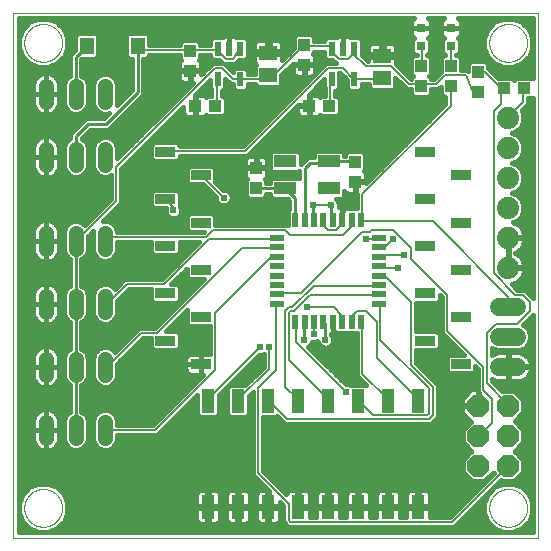
<source format=gtl>
G75*
%MOIN*%
%OFA0B0*%
%FSLAX25Y25*%
%IPPOS*%
%LPD*%
%AMOC8*
5,1,8,0,0,1.08239X$1,22.5*
%
%ADD10C,0.00000*%
%ADD11OC8,0.07400*%
%ADD12R,0.02200X0.05000*%
%ADD13R,0.05000X0.02200*%
%ADD14R,0.04300X0.07900*%
%ADD15R,0.03937X0.04331*%
%ADD16R,0.05000X0.05787*%
%ADD17R,0.03150X0.03150*%
%ADD18R,0.06693X0.03346*%
%ADD19R,0.07480X0.04331*%
%ADD20C,0.07400*%
%ADD21R,0.04331X0.03937*%
%ADD22C,0.05150*%
%ADD23C,0.06000*%
%ADD24R,0.02165X0.04724*%
%ADD25R,0.05906X0.05118*%
%ADD26C,0.00600*%
%ADD27C,0.02400*%
%ADD28C,0.01600*%
%ADD29C,0.01000*%
D10*
X0002800Y0003800D02*
X0002800Y0178800D01*
X0177800Y0178800D01*
X0177800Y0003800D01*
X0002800Y0003800D01*
X0006501Y0013800D02*
X0006503Y0013958D01*
X0006509Y0014116D01*
X0006519Y0014274D01*
X0006533Y0014432D01*
X0006551Y0014589D01*
X0006572Y0014746D01*
X0006598Y0014902D01*
X0006628Y0015058D01*
X0006661Y0015213D01*
X0006699Y0015366D01*
X0006740Y0015519D01*
X0006785Y0015671D01*
X0006834Y0015822D01*
X0006887Y0015971D01*
X0006943Y0016119D01*
X0007003Y0016265D01*
X0007067Y0016410D01*
X0007135Y0016553D01*
X0007206Y0016695D01*
X0007280Y0016835D01*
X0007358Y0016972D01*
X0007440Y0017108D01*
X0007524Y0017242D01*
X0007613Y0017373D01*
X0007704Y0017502D01*
X0007799Y0017629D01*
X0007896Y0017754D01*
X0007997Y0017876D01*
X0008101Y0017995D01*
X0008208Y0018112D01*
X0008318Y0018226D01*
X0008431Y0018337D01*
X0008546Y0018446D01*
X0008664Y0018551D01*
X0008785Y0018653D01*
X0008908Y0018753D01*
X0009034Y0018849D01*
X0009162Y0018942D01*
X0009292Y0019032D01*
X0009425Y0019118D01*
X0009560Y0019202D01*
X0009696Y0019281D01*
X0009835Y0019358D01*
X0009976Y0019430D01*
X0010118Y0019500D01*
X0010262Y0019565D01*
X0010408Y0019627D01*
X0010555Y0019685D01*
X0010704Y0019740D01*
X0010854Y0019791D01*
X0011005Y0019838D01*
X0011157Y0019881D01*
X0011310Y0019920D01*
X0011465Y0019956D01*
X0011620Y0019987D01*
X0011776Y0020015D01*
X0011932Y0020039D01*
X0012089Y0020059D01*
X0012247Y0020075D01*
X0012404Y0020087D01*
X0012563Y0020095D01*
X0012721Y0020099D01*
X0012879Y0020099D01*
X0013037Y0020095D01*
X0013196Y0020087D01*
X0013353Y0020075D01*
X0013511Y0020059D01*
X0013668Y0020039D01*
X0013824Y0020015D01*
X0013980Y0019987D01*
X0014135Y0019956D01*
X0014290Y0019920D01*
X0014443Y0019881D01*
X0014595Y0019838D01*
X0014746Y0019791D01*
X0014896Y0019740D01*
X0015045Y0019685D01*
X0015192Y0019627D01*
X0015338Y0019565D01*
X0015482Y0019500D01*
X0015624Y0019430D01*
X0015765Y0019358D01*
X0015904Y0019281D01*
X0016040Y0019202D01*
X0016175Y0019118D01*
X0016308Y0019032D01*
X0016438Y0018942D01*
X0016566Y0018849D01*
X0016692Y0018753D01*
X0016815Y0018653D01*
X0016936Y0018551D01*
X0017054Y0018446D01*
X0017169Y0018337D01*
X0017282Y0018226D01*
X0017392Y0018112D01*
X0017499Y0017995D01*
X0017603Y0017876D01*
X0017704Y0017754D01*
X0017801Y0017629D01*
X0017896Y0017502D01*
X0017987Y0017373D01*
X0018076Y0017242D01*
X0018160Y0017108D01*
X0018242Y0016972D01*
X0018320Y0016835D01*
X0018394Y0016695D01*
X0018465Y0016553D01*
X0018533Y0016410D01*
X0018597Y0016265D01*
X0018657Y0016119D01*
X0018713Y0015971D01*
X0018766Y0015822D01*
X0018815Y0015671D01*
X0018860Y0015519D01*
X0018901Y0015366D01*
X0018939Y0015213D01*
X0018972Y0015058D01*
X0019002Y0014902D01*
X0019028Y0014746D01*
X0019049Y0014589D01*
X0019067Y0014432D01*
X0019081Y0014274D01*
X0019091Y0014116D01*
X0019097Y0013958D01*
X0019099Y0013800D01*
X0019097Y0013642D01*
X0019091Y0013484D01*
X0019081Y0013326D01*
X0019067Y0013168D01*
X0019049Y0013011D01*
X0019028Y0012854D01*
X0019002Y0012698D01*
X0018972Y0012542D01*
X0018939Y0012387D01*
X0018901Y0012234D01*
X0018860Y0012081D01*
X0018815Y0011929D01*
X0018766Y0011778D01*
X0018713Y0011629D01*
X0018657Y0011481D01*
X0018597Y0011335D01*
X0018533Y0011190D01*
X0018465Y0011047D01*
X0018394Y0010905D01*
X0018320Y0010765D01*
X0018242Y0010628D01*
X0018160Y0010492D01*
X0018076Y0010358D01*
X0017987Y0010227D01*
X0017896Y0010098D01*
X0017801Y0009971D01*
X0017704Y0009846D01*
X0017603Y0009724D01*
X0017499Y0009605D01*
X0017392Y0009488D01*
X0017282Y0009374D01*
X0017169Y0009263D01*
X0017054Y0009154D01*
X0016936Y0009049D01*
X0016815Y0008947D01*
X0016692Y0008847D01*
X0016566Y0008751D01*
X0016438Y0008658D01*
X0016308Y0008568D01*
X0016175Y0008482D01*
X0016040Y0008398D01*
X0015904Y0008319D01*
X0015765Y0008242D01*
X0015624Y0008170D01*
X0015482Y0008100D01*
X0015338Y0008035D01*
X0015192Y0007973D01*
X0015045Y0007915D01*
X0014896Y0007860D01*
X0014746Y0007809D01*
X0014595Y0007762D01*
X0014443Y0007719D01*
X0014290Y0007680D01*
X0014135Y0007644D01*
X0013980Y0007613D01*
X0013824Y0007585D01*
X0013668Y0007561D01*
X0013511Y0007541D01*
X0013353Y0007525D01*
X0013196Y0007513D01*
X0013037Y0007505D01*
X0012879Y0007501D01*
X0012721Y0007501D01*
X0012563Y0007505D01*
X0012404Y0007513D01*
X0012247Y0007525D01*
X0012089Y0007541D01*
X0011932Y0007561D01*
X0011776Y0007585D01*
X0011620Y0007613D01*
X0011465Y0007644D01*
X0011310Y0007680D01*
X0011157Y0007719D01*
X0011005Y0007762D01*
X0010854Y0007809D01*
X0010704Y0007860D01*
X0010555Y0007915D01*
X0010408Y0007973D01*
X0010262Y0008035D01*
X0010118Y0008100D01*
X0009976Y0008170D01*
X0009835Y0008242D01*
X0009696Y0008319D01*
X0009560Y0008398D01*
X0009425Y0008482D01*
X0009292Y0008568D01*
X0009162Y0008658D01*
X0009034Y0008751D01*
X0008908Y0008847D01*
X0008785Y0008947D01*
X0008664Y0009049D01*
X0008546Y0009154D01*
X0008431Y0009263D01*
X0008318Y0009374D01*
X0008208Y0009488D01*
X0008101Y0009605D01*
X0007997Y0009724D01*
X0007896Y0009846D01*
X0007799Y0009971D01*
X0007704Y0010098D01*
X0007613Y0010227D01*
X0007524Y0010358D01*
X0007440Y0010492D01*
X0007358Y0010628D01*
X0007280Y0010765D01*
X0007206Y0010905D01*
X0007135Y0011047D01*
X0007067Y0011190D01*
X0007003Y0011335D01*
X0006943Y0011481D01*
X0006887Y0011629D01*
X0006834Y0011778D01*
X0006785Y0011929D01*
X0006740Y0012081D01*
X0006699Y0012234D01*
X0006661Y0012387D01*
X0006628Y0012542D01*
X0006598Y0012698D01*
X0006572Y0012854D01*
X0006551Y0013011D01*
X0006533Y0013168D01*
X0006519Y0013326D01*
X0006509Y0013484D01*
X0006503Y0013642D01*
X0006501Y0013800D01*
X0006501Y0168800D02*
X0006503Y0168958D01*
X0006509Y0169116D01*
X0006519Y0169274D01*
X0006533Y0169432D01*
X0006551Y0169589D01*
X0006572Y0169746D01*
X0006598Y0169902D01*
X0006628Y0170058D01*
X0006661Y0170213D01*
X0006699Y0170366D01*
X0006740Y0170519D01*
X0006785Y0170671D01*
X0006834Y0170822D01*
X0006887Y0170971D01*
X0006943Y0171119D01*
X0007003Y0171265D01*
X0007067Y0171410D01*
X0007135Y0171553D01*
X0007206Y0171695D01*
X0007280Y0171835D01*
X0007358Y0171972D01*
X0007440Y0172108D01*
X0007524Y0172242D01*
X0007613Y0172373D01*
X0007704Y0172502D01*
X0007799Y0172629D01*
X0007896Y0172754D01*
X0007997Y0172876D01*
X0008101Y0172995D01*
X0008208Y0173112D01*
X0008318Y0173226D01*
X0008431Y0173337D01*
X0008546Y0173446D01*
X0008664Y0173551D01*
X0008785Y0173653D01*
X0008908Y0173753D01*
X0009034Y0173849D01*
X0009162Y0173942D01*
X0009292Y0174032D01*
X0009425Y0174118D01*
X0009560Y0174202D01*
X0009696Y0174281D01*
X0009835Y0174358D01*
X0009976Y0174430D01*
X0010118Y0174500D01*
X0010262Y0174565D01*
X0010408Y0174627D01*
X0010555Y0174685D01*
X0010704Y0174740D01*
X0010854Y0174791D01*
X0011005Y0174838D01*
X0011157Y0174881D01*
X0011310Y0174920D01*
X0011465Y0174956D01*
X0011620Y0174987D01*
X0011776Y0175015D01*
X0011932Y0175039D01*
X0012089Y0175059D01*
X0012247Y0175075D01*
X0012404Y0175087D01*
X0012563Y0175095D01*
X0012721Y0175099D01*
X0012879Y0175099D01*
X0013037Y0175095D01*
X0013196Y0175087D01*
X0013353Y0175075D01*
X0013511Y0175059D01*
X0013668Y0175039D01*
X0013824Y0175015D01*
X0013980Y0174987D01*
X0014135Y0174956D01*
X0014290Y0174920D01*
X0014443Y0174881D01*
X0014595Y0174838D01*
X0014746Y0174791D01*
X0014896Y0174740D01*
X0015045Y0174685D01*
X0015192Y0174627D01*
X0015338Y0174565D01*
X0015482Y0174500D01*
X0015624Y0174430D01*
X0015765Y0174358D01*
X0015904Y0174281D01*
X0016040Y0174202D01*
X0016175Y0174118D01*
X0016308Y0174032D01*
X0016438Y0173942D01*
X0016566Y0173849D01*
X0016692Y0173753D01*
X0016815Y0173653D01*
X0016936Y0173551D01*
X0017054Y0173446D01*
X0017169Y0173337D01*
X0017282Y0173226D01*
X0017392Y0173112D01*
X0017499Y0172995D01*
X0017603Y0172876D01*
X0017704Y0172754D01*
X0017801Y0172629D01*
X0017896Y0172502D01*
X0017987Y0172373D01*
X0018076Y0172242D01*
X0018160Y0172108D01*
X0018242Y0171972D01*
X0018320Y0171835D01*
X0018394Y0171695D01*
X0018465Y0171553D01*
X0018533Y0171410D01*
X0018597Y0171265D01*
X0018657Y0171119D01*
X0018713Y0170971D01*
X0018766Y0170822D01*
X0018815Y0170671D01*
X0018860Y0170519D01*
X0018901Y0170366D01*
X0018939Y0170213D01*
X0018972Y0170058D01*
X0019002Y0169902D01*
X0019028Y0169746D01*
X0019049Y0169589D01*
X0019067Y0169432D01*
X0019081Y0169274D01*
X0019091Y0169116D01*
X0019097Y0168958D01*
X0019099Y0168800D01*
X0019097Y0168642D01*
X0019091Y0168484D01*
X0019081Y0168326D01*
X0019067Y0168168D01*
X0019049Y0168011D01*
X0019028Y0167854D01*
X0019002Y0167698D01*
X0018972Y0167542D01*
X0018939Y0167387D01*
X0018901Y0167234D01*
X0018860Y0167081D01*
X0018815Y0166929D01*
X0018766Y0166778D01*
X0018713Y0166629D01*
X0018657Y0166481D01*
X0018597Y0166335D01*
X0018533Y0166190D01*
X0018465Y0166047D01*
X0018394Y0165905D01*
X0018320Y0165765D01*
X0018242Y0165628D01*
X0018160Y0165492D01*
X0018076Y0165358D01*
X0017987Y0165227D01*
X0017896Y0165098D01*
X0017801Y0164971D01*
X0017704Y0164846D01*
X0017603Y0164724D01*
X0017499Y0164605D01*
X0017392Y0164488D01*
X0017282Y0164374D01*
X0017169Y0164263D01*
X0017054Y0164154D01*
X0016936Y0164049D01*
X0016815Y0163947D01*
X0016692Y0163847D01*
X0016566Y0163751D01*
X0016438Y0163658D01*
X0016308Y0163568D01*
X0016175Y0163482D01*
X0016040Y0163398D01*
X0015904Y0163319D01*
X0015765Y0163242D01*
X0015624Y0163170D01*
X0015482Y0163100D01*
X0015338Y0163035D01*
X0015192Y0162973D01*
X0015045Y0162915D01*
X0014896Y0162860D01*
X0014746Y0162809D01*
X0014595Y0162762D01*
X0014443Y0162719D01*
X0014290Y0162680D01*
X0014135Y0162644D01*
X0013980Y0162613D01*
X0013824Y0162585D01*
X0013668Y0162561D01*
X0013511Y0162541D01*
X0013353Y0162525D01*
X0013196Y0162513D01*
X0013037Y0162505D01*
X0012879Y0162501D01*
X0012721Y0162501D01*
X0012563Y0162505D01*
X0012404Y0162513D01*
X0012247Y0162525D01*
X0012089Y0162541D01*
X0011932Y0162561D01*
X0011776Y0162585D01*
X0011620Y0162613D01*
X0011465Y0162644D01*
X0011310Y0162680D01*
X0011157Y0162719D01*
X0011005Y0162762D01*
X0010854Y0162809D01*
X0010704Y0162860D01*
X0010555Y0162915D01*
X0010408Y0162973D01*
X0010262Y0163035D01*
X0010118Y0163100D01*
X0009976Y0163170D01*
X0009835Y0163242D01*
X0009696Y0163319D01*
X0009560Y0163398D01*
X0009425Y0163482D01*
X0009292Y0163568D01*
X0009162Y0163658D01*
X0009034Y0163751D01*
X0008908Y0163847D01*
X0008785Y0163947D01*
X0008664Y0164049D01*
X0008546Y0164154D01*
X0008431Y0164263D01*
X0008318Y0164374D01*
X0008208Y0164488D01*
X0008101Y0164605D01*
X0007997Y0164724D01*
X0007896Y0164846D01*
X0007799Y0164971D01*
X0007704Y0165098D01*
X0007613Y0165227D01*
X0007524Y0165358D01*
X0007440Y0165492D01*
X0007358Y0165628D01*
X0007280Y0165765D01*
X0007206Y0165905D01*
X0007135Y0166047D01*
X0007067Y0166190D01*
X0007003Y0166335D01*
X0006943Y0166481D01*
X0006887Y0166629D01*
X0006834Y0166778D01*
X0006785Y0166929D01*
X0006740Y0167081D01*
X0006699Y0167234D01*
X0006661Y0167387D01*
X0006628Y0167542D01*
X0006598Y0167698D01*
X0006572Y0167854D01*
X0006551Y0168011D01*
X0006533Y0168168D01*
X0006519Y0168326D01*
X0006509Y0168484D01*
X0006503Y0168642D01*
X0006501Y0168800D01*
X0161501Y0168800D02*
X0161503Y0168958D01*
X0161509Y0169116D01*
X0161519Y0169274D01*
X0161533Y0169432D01*
X0161551Y0169589D01*
X0161572Y0169746D01*
X0161598Y0169902D01*
X0161628Y0170058D01*
X0161661Y0170213D01*
X0161699Y0170366D01*
X0161740Y0170519D01*
X0161785Y0170671D01*
X0161834Y0170822D01*
X0161887Y0170971D01*
X0161943Y0171119D01*
X0162003Y0171265D01*
X0162067Y0171410D01*
X0162135Y0171553D01*
X0162206Y0171695D01*
X0162280Y0171835D01*
X0162358Y0171972D01*
X0162440Y0172108D01*
X0162524Y0172242D01*
X0162613Y0172373D01*
X0162704Y0172502D01*
X0162799Y0172629D01*
X0162896Y0172754D01*
X0162997Y0172876D01*
X0163101Y0172995D01*
X0163208Y0173112D01*
X0163318Y0173226D01*
X0163431Y0173337D01*
X0163546Y0173446D01*
X0163664Y0173551D01*
X0163785Y0173653D01*
X0163908Y0173753D01*
X0164034Y0173849D01*
X0164162Y0173942D01*
X0164292Y0174032D01*
X0164425Y0174118D01*
X0164560Y0174202D01*
X0164696Y0174281D01*
X0164835Y0174358D01*
X0164976Y0174430D01*
X0165118Y0174500D01*
X0165262Y0174565D01*
X0165408Y0174627D01*
X0165555Y0174685D01*
X0165704Y0174740D01*
X0165854Y0174791D01*
X0166005Y0174838D01*
X0166157Y0174881D01*
X0166310Y0174920D01*
X0166465Y0174956D01*
X0166620Y0174987D01*
X0166776Y0175015D01*
X0166932Y0175039D01*
X0167089Y0175059D01*
X0167247Y0175075D01*
X0167404Y0175087D01*
X0167563Y0175095D01*
X0167721Y0175099D01*
X0167879Y0175099D01*
X0168037Y0175095D01*
X0168196Y0175087D01*
X0168353Y0175075D01*
X0168511Y0175059D01*
X0168668Y0175039D01*
X0168824Y0175015D01*
X0168980Y0174987D01*
X0169135Y0174956D01*
X0169290Y0174920D01*
X0169443Y0174881D01*
X0169595Y0174838D01*
X0169746Y0174791D01*
X0169896Y0174740D01*
X0170045Y0174685D01*
X0170192Y0174627D01*
X0170338Y0174565D01*
X0170482Y0174500D01*
X0170624Y0174430D01*
X0170765Y0174358D01*
X0170904Y0174281D01*
X0171040Y0174202D01*
X0171175Y0174118D01*
X0171308Y0174032D01*
X0171438Y0173942D01*
X0171566Y0173849D01*
X0171692Y0173753D01*
X0171815Y0173653D01*
X0171936Y0173551D01*
X0172054Y0173446D01*
X0172169Y0173337D01*
X0172282Y0173226D01*
X0172392Y0173112D01*
X0172499Y0172995D01*
X0172603Y0172876D01*
X0172704Y0172754D01*
X0172801Y0172629D01*
X0172896Y0172502D01*
X0172987Y0172373D01*
X0173076Y0172242D01*
X0173160Y0172108D01*
X0173242Y0171972D01*
X0173320Y0171835D01*
X0173394Y0171695D01*
X0173465Y0171553D01*
X0173533Y0171410D01*
X0173597Y0171265D01*
X0173657Y0171119D01*
X0173713Y0170971D01*
X0173766Y0170822D01*
X0173815Y0170671D01*
X0173860Y0170519D01*
X0173901Y0170366D01*
X0173939Y0170213D01*
X0173972Y0170058D01*
X0174002Y0169902D01*
X0174028Y0169746D01*
X0174049Y0169589D01*
X0174067Y0169432D01*
X0174081Y0169274D01*
X0174091Y0169116D01*
X0174097Y0168958D01*
X0174099Y0168800D01*
X0174097Y0168642D01*
X0174091Y0168484D01*
X0174081Y0168326D01*
X0174067Y0168168D01*
X0174049Y0168011D01*
X0174028Y0167854D01*
X0174002Y0167698D01*
X0173972Y0167542D01*
X0173939Y0167387D01*
X0173901Y0167234D01*
X0173860Y0167081D01*
X0173815Y0166929D01*
X0173766Y0166778D01*
X0173713Y0166629D01*
X0173657Y0166481D01*
X0173597Y0166335D01*
X0173533Y0166190D01*
X0173465Y0166047D01*
X0173394Y0165905D01*
X0173320Y0165765D01*
X0173242Y0165628D01*
X0173160Y0165492D01*
X0173076Y0165358D01*
X0172987Y0165227D01*
X0172896Y0165098D01*
X0172801Y0164971D01*
X0172704Y0164846D01*
X0172603Y0164724D01*
X0172499Y0164605D01*
X0172392Y0164488D01*
X0172282Y0164374D01*
X0172169Y0164263D01*
X0172054Y0164154D01*
X0171936Y0164049D01*
X0171815Y0163947D01*
X0171692Y0163847D01*
X0171566Y0163751D01*
X0171438Y0163658D01*
X0171308Y0163568D01*
X0171175Y0163482D01*
X0171040Y0163398D01*
X0170904Y0163319D01*
X0170765Y0163242D01*
X0170624Y0163170D01*
X0170482Y0163100D01*
X0170338Y0163035D01*
X0170192Y0162973D01*
X0170045Y0162915D01*
X0169896Y0162860D01*
X0169746Y0162809D01*
X0169595Y0162762D01*
X0169443Y0162719D01*
X0169290Y0162680D01*
X0169135Y0162644D01*
X0168980Y0162613D01*
X0168824Y0162585D01*
X0168668Y0162561D01*
X0168511Y0162541D01*
X0168353Y0162525D01*
X0168196Y0162513D01*
X0168037Y0162505D01*
X0167879Y0162501D01*
X0167721Y0162501D01*
X0167563Y0162505D01*
X0167404Y0162513D01*
X0167247Y0162525D01*
X0167089Y0162541D01*
X0166932Y0162561D01*
X0166776Y0162585D01*
X0166620Y0162613D01*
X0166465Y0162644D01*
X0166310Y0162680D01*
X0166157Y0162719D01*
X0166005Y0162762D01*
X0165854Y0162809D01*
X0165704Y0162860D01*
X0165555Y0162915D01*
X0165408Y0162973D01*
X0165262Y0163035D01*
X0165118Y0163100D01*
X0164976Y0163170D01*
X0164835Y0163242D01*
X0164696Y0163319D01*
X0164560Y0163398D01*
X0164425Y0163482D01*
X0164292Y0163568D01*
X0164162Y0163658D01*
X0164034Y0163751D01*
X0163908Y0163847D01*
X0163785Y0163947D01*
X0163664Y0164049D01*
X0163546Y0164154D01*
X0163431Y0164263D01*
X0163318Y0164374D01*
X0163208Y0164488D01*
X0163101Y0164605D01*
X0162997Y0164724D01*
X0162896Y0164846D01*
X0162799Y0164971D01*
X0162704Y0165098D01*
X0162613Y0165227D01*
X0162524Y0165358D01*
X0162440Y0165492D01*
X0162358Y0165628D01*
X0162280Y0165765D01*
X0162206Y0165905D01*
X0162135Y0166047D01*
X0162067Y0166190D01*
X0162003Y0166335D01*
X0161943Y0166481D01*
X0161887Y0166629D01*
X0161834Y0166778D01*
X0161785Y0166929D01*
X0161740Y0167081D01*
X0161699Y0167234D01*
X0161661Y0167387D01*
X0161628Y0167542D01*
X0161598Y0167698D01*
X0161572Y0167854D01*
X0161551Y0168011D01*
X0161533Y0168168D01*
X0161519Y0168326D01*
X0161509Y0168484D01*
X0161503Y0168642D01*
X0161501Y0168800D01*
X0161501Y0013800D02*
X0161503Y0013958D01*
X0161509Y0014116D01*
X0161519Y0014274D01*
X0161533Y0014432D01*
X0161551Y0014589D01*
X0161572Y0014746D01*
X0161598Y0014902D01*
X0161628Y0015058D01*
X0161661Y0015213D01*
X0161699Y0015366D01*
X0161740Y0015519D01*
X0161785Y0015671D01*
X0161834Y0015822D01*
X0161887Y0015971D01*
X0161943Y0016119D01*
X0162003Y0016265D01*
X0162067Y0016410D01*
X0162135Y0016553D01*
X0162206Y0016695D01*
X0162280Y0016835D01*
X0162358Y0016972D01*
X0162440Y0017108D01*
X0162524Y0017242D01*
X0162613Y0017373D01*
X0162704Y0017502D01*
X0162799Y0017629D01*
X0162896Y0017754D01*
X0162997Y0017876D01*
X0163101Y0017995D01*
X0163208Y0018112D01*
X0163318Y0018226D01*
X0163431Y0018337D01*
X0163546Y0018446D01*
X0163664Y0018551D01*
X0163785Y0018653D01*
X0163908Y0018753D01*
X0164034Y0018849D01*
X0164162Y0018942D01*
X0164292Y0019032D01*
X0164425Y0019118D01*
X0164560Y0019202D01*
X0164696Y0019281D01*
X0164835Y0019358D01*
X0164976Y0019430D01*
X0165118Y0019500D01*
X0165262Y0019565D01*
X0165408Y0019627D01*
X0165555Y0019685D01*
X0165704Y0019740D01*
X0165854Y0019791D01*
X0166005Y0019838D01*
X0166157Y0019881D01*
X0166310Y0019920D01*
X0166465Y0019956D01*
X0166620Y0019987D01*
X0166776Y0020015D01*
X0166932Y0020039D01*
X0167089Y0020059D01*
X0167247Y0020075D01*
X0167404Y0020087D01*
X0167563Y0020095D01*
X0167721Y0020099D01*
X0167879Y0020099D01*
X0168037Y0020095D01*
X0168196Y0020087D01*
X0168353Y0020075D01*
X0168511Y0020059D01*
X0168668Y0020039D01*
X0168824Y0020015D01*
X0168980Y0019987D01*
X0169135Y0019956D01*
X0169290Y0019920D01*
X0169443Y0019881D01*
X0169595Y0019838D01*
X0169746Y0019791D01*
X0169896Y0019740D01*
X0170045Y0019685D01*
X0170192Y0019627D01*
X0170338Y0019565D01*
X0170482Y0019500D01*
X0170624Y0019430D01*
X0170765Y0019358D01*
X0170904Y0019281D01*
X0171040Y0019202D01*
X0171175Y0019118D01*
X0171308Y0019032D01*
X0171438Y0018942D01*
X0171566Y0018849D01*
X0171692Y0018753D01*
X0171815Y0018653D01*
X0171936Y0018551D01*
X0172054Y0018446D01*
X0172169Y0018337D01*
X0172282Y0018226D01*
X0172392Y0018112D01*
X0172499Y0017995D01*
X0172603Y0017876D01*
X0172704Y0017754D01*
X0172801Y0017629D01*
X0172896Y0017502D01*
X0172987Y0017373D01*
X0173076Y0017242D01*
X0173160Y0017108D01*
X0173242Y0016972D01*
X0173320Y0016835D01*
X0173394Y0016695D01*
X0173465Y0016553D01*
X0173533Y0016410D01*
X0173597Y0016265D01*
X0173657Y0016119D01*
X0173713Y0015971D01*
X0173766Y0015822D01*
X0173815Y0015671D01*
X0173860Y0015519D01*
X0173901Y0015366D01*
X0173939Y0015213D01*
X0173972Y0015058D01*
X0174002Y0014902D01*
X0174028Y0014746D01*
X0174049Y0014589D01*
X0174067Y0014432D01*
X0174081Y0014274D01*
X0174091Y0014116D01*
X0174097Y0013958D01*
X0174099Y0013800D01*
X0174097Y0013642D01*
X0174091Y0013484D01*
X0174081Y0013326D01*
X0174067Y0013168D01*
X0174049Y0013011D01*
X0174028Y0012854D01*
X0174002Y0012698D01*
X0173972Y0012542D01*
X0173939Y0012387D01*
X0173901Y0012234D01*
X0173860Y0012081D01*
X0173815Y0011929D01*
X0173766Y0011778D01*
X0173713Y0011629D01*
X0173657Y0011481D01*
X0173597Y0011335D01*
X0173533Y0011190D01*
X0173465Y0011047D01*
X0173394Y0010905D01*
X0173320Y0010765D01*
X0173242Y0010628D01*
X0173160Y0010492D01*
X0173076Y0010358D01*
X0172987Y0010227D01*
X0172896Y0010098D01*
X0172801Y0009971D01*
X0172704Y0009846D01*
X0172603Y0009724D01*
X0172499Y0009605D01*
X0172392Y0009488D01*
X0172282Y0009374D01*
X0172169Y0009263D01*
X0172054Y0009154D01*
X0171936Y0009049D01*
X0171815Y0008947D01*
X0171692Y0008847D01*
X0171566Y0008751D01*
X0171438Y0008658D01*
X0171308Y0008568D01*
X0171175Y0008482D01*
X0171040Y0008398D01*
X0170904Y0008319D01*
X0170765Y0008242D01*
X0170624Y0008170D01*
X0170482Y0008100D01*
X0170338Y0008035D01*
X0170192Y0007973D01*
X0170045Y0007915D01*
X0169896Y0007860D01*
X0169746Y0007809D01*
X0169595Y0007762D01*
X0169443Y0007719D01*
X0169290Y0007680D01*
X0169135Y0007644D01*
X0168980Y0007613D01*
X0168824Y0007585D01*
X0168668Y0007561D01*
X0168511Y0007541D01*
X0168353Y0007525D01*
X0168196Y0007513D01*
X0168037Y0007505D01*
X0167879Y0007501D01*
X0167721Y0007501D01*
X0167563Y0007505D01*
X0167404Y0007513D01*
X0167247Y0007525D01*
X0167089Y0007541D01*
X0166932Y0007561D01*
X0166776Y0007585D01*
X0166620Y0007613D01*
X0166465Y0007644D01*
X0166310Y0007680D01*
X0166157Y0007719D01*
X0166005Y0007762D01*
X0165854Y0007809D01*
X0165704Y0007860D01*
X0165555Y0007915D01*
X0165408Y0007973D01*
X0165262Y0008035D01*
X0165118Y0008100D01*
X0164976Y0008170D01*
X0164835Y0008242D01*
X0164696Y0008319D01*
X0164560Y0008398D01*
X0164425Y0008482D01*
X0164292Y0008568D01*
X0164162Y0008658D01*
X0164034Y0008751D01*
X0163908Y0008847D01*
X0163785Y0008947D01*
X0163664Y0009049D01*
X0163546Y0009154D01*
X0163431Y0009263D01*
X0163318Y0009374D01*
X0163208Y0009488D01*
X0163101Y0009605D01*
X0162997Y0009724D01*
X0162896Y0009846D01*
X0162799Y0009971D01*
X0162704Y0010098D01*
X0162613Y0010227D01*
X0162524Y0010358D01*
X0162440Y0010492D01*
X0162358Y0010628D01*
X0162280Y0010765D01*
X0162206Y0010905D01*
X0162135Y0011047D01*
X0162067Y0011190D01*
X0162003Y0011335D01*
X0161943Y0011481D01*
X0161887Y0011629D01*
X0161834Y0011778D01*
X0161785Y0011929D01*
X0161740Y0012081D01*
X0161699Y0012234D01*
X0161661Y0012387D01*
X0161628Y0012542D01*
X0161598Y0012698D01*
X0161572Y0012854D01*
X0161551Y0013011D01*
X0161533Y0013168D01*
X0161519Y0013326D01*
X0161509Y0013484D01*
X0161503Y0013642D01*
X0161501Y0013800D01*
D11*
X0157800Y0027800D03*
X0157800Y0037800D03*
X0167800Y0037800D03*
X0167800Y0027800D03*
X0167800Y0047800D03*
X0157800Y0047800D03*
D12*
X0118824Y0075900D03*
X0115674Y0075900D03*
X0112524Y0075900D03*
X0109375Y0075900D03*
X0106225Y0075900D03*
X0103076Y0075900D03*
X0099926Y0075900D03*
X0096776Y0075900D03*
X0096776Y0109700D03*
X0099926Y0109700D03*
X0103076Y0109700D03*
X0106225Y0109700D03*
X0109375Y0109700D03*
X0112524Y0109700D03*
X0115674Y0109700D03*
X0118824Y0109700D03*
D13*
X0124700Y0103824D03*
X0124700Y0100674D03*
X0124700Y0097524D03*
X0124700Y0094375D03*
X0124700Y0091225D03*
X0124700Y0088076D03*
X0124700Y0084926D03*
X0124700Y0081776D03*
X0090900Y0081776D03*
X0090900Y0084926D03*
X0090900Y0088076D03*
X0090900Y0091225D03*
X0090900Y0094375D03*
X0090900Y0097524D03*
X0090900Y0100674D03*
X0090900Y0103824D03*
D14*
X0087800Y0049500D03*
X0077800Y0049500D03*
X0067800Y0049500D03*
X0097800Y0049500D03*
X0107800Y0049500D03*
X0117800Y0049500D03*
X0127800Y0049500D03*
X0137800Y0049500D03*
X0137800Y0014100D03*
X0127800Y0014100D03*
X0117800Y0014100D03*
X0107800Y0014100D03*
X0097800Y0014100D03*
X0087800Y0014100D03*
X0077800Y0014100D03*
X0067800Y0014100D03*
D15*
X0083800Y0120454D03*
X0083800Y0127146D03*
X0061800Y0159454D03*
X0061800Y0166146D03*
X0099800Y0168146D03*
X0099800Y0161454D03*
X0116800Y0129146D03*
X0116800Y0122454D03*
X0138800Y0154454D03*
X0138800Y0161146D03*
X0148800Y0161146D03*
X0148800Y0154454D03*
X0157800Y0152454D03*
X0157800Y0159146D03*
D16*
X0044265Y0167800D03*
X0027335Y0167800D03*
D17*
X0138800Y0167847D03*
X0138800Y0173753D03*
X0148800Y0173753D03*
X0148800Y0167847D03*
D18*
X0140202Y0132540D03*
X0152013Y0124666D03*
X0140202Y0116792D03*
X0152013Y0108918D03*
X0140202Y0101044D03*
X0152013Y0093170D03*
X0140202Y0085296D03*
X0152013Y0077422D03*
X0140202Y0069548D03*
X0152013Y0061674D03*
X0065398Y0061674D03*
X0053587Y0069548D03*
X0065398Y0077422D03*
X0053587Y0085296D03*
X0065398Y0093170D03*
X0053587Y0101044D03*
X0065398Y0108918D03*
X0053587Y0116792D03*
X0065398Y0124666D03*
X0053587Y0132540D03*
D19*
X0093517Y0129328D03*
X0093517Y0120272D03*
X0108083Y0120272D03*
X0108083Y0129328D03*
D20*
X0167800Y0133800D03*
X0167800Y0123800D03*
X0167800Y0113800D03*
X0167800Y0103800D03*
X0167800Y0093800D03*
X0167800Y0143800D03*
D21*
X0166454Y0153800D03*
X0173146Y0153800D03*
X0108146Y0147800D03*
X0101454Y0147800D03*
X0070146Y0147800D03*
X0063454Y0147800D03*
D22*
X0033485Y0149225D02*
X0033485Y0154375D01*
X0023643Y0154375D02*
X0023643Y0149225D01*
X0013800Y0149225D02*
X0013800Y0154375D01*
X0013800Y0133375D02*
X0013800Y0128225D01*
X0023643Y0128225D02*
X0023643Y0133375D01*
X0033485Y0133375D02*
X0033485Y0128225D01*
X0033485Y0105375D02*
X0033485Y0100225D01*
X0023643Y0100225D02*
X0023643Y0105375D01*
X0013800Y0105375D02*
X0013800Y0100225D01*
X0013800Y0084375D02*
X0013800Y0079225D01*
X0023643Y0079225D02*
X0023643Y0084375D01*
X0033485Y0084375D02*
X0033485Y0079225D01*
X0033485Y0063375D02*
X0033485Y0058225D01*
X0023643Y0058225D02*
X0023643Y0063375D01*
X0013800Y0063375D02*
X0013800Y0058225D01*
X0013800Y0042375D02*
X0013800Y0037225D01*
X0023643Y0037225D02*
X0023643Y0042375D01*
X0033485Y0042375D02*
X0033485Y0037225D01*
D23*
X0164800Y0060800D02*
X0170800Y0060800D01*
X0170800Y0070800D02*
X0164800Y0070800D01*
X0164800Y0080800D02*
X0170800Y0080800D01*
D24*
X0116540Y0156681D03*
X0109060Y0156681D03*
X0109060Y0166919D03*
X0112800Y0166919D03*
X0116540Y0166919D03*
X0078540Y0166919D03*
X0074800Y0166919D03*
X0071060Y0166919D03*
X0071060Y0156681D03*
X0078540Y0156681D03*
D25*
X0087800Y0158060D03*
X0087800Y0165540D03*
X0125800Y0164540D03*
X0125800Y0157060D03*
D26*
X0125800Y0156800D01*
X0116800Y0156800D01*
X0116540Y0156681D01*
X0116200Y0156800D01*
X0112600Y0160400D01*
X0107800Y0160400D01*
X0080200Y0132800D01*
X0053800Y0132800D01*
X0053587Y0132540D01*
X0065398Y0124666D02*
X0065800Y0124400D01*
X0073000Y0117200D01*
X0069400Y0106400D02*
X0067000Y0104000D01*
X0035200Y0104000D01*
X0034000Y0102800D01*
X0033485Y0102800D01*
X0023800Y0102800D02*
X0023643Y0102800D01*
X0023800Y0102800D02*
X0037000Y0116000D01*
X0037000Y0127400D01*
X0070000Y0160400D01*
X0072400Y0160400D01*
X0076000Y0156800D01*
X0078400Y0156800D01*
X0078540Y0156681D01*
X0079000Y0156800D01*
X0086200Y0156800D01*
X0087400Y0158000D01*
X0087800Y0158060D01*
X0088000Y0158600D01*
X0090400Y0158600D01*
X0099400Y0167600D01*
X0099800Y0168146D01*
X0100000Y0167600D01*
X0108400Y0167600D01*
X0109000Y0167000D01*
X0109060Y0166919D01*
X0109600Y0166400D01*
X0109600Y0165200D01*
X0111400Y0163400D01*
X0114400Y0163400D01*
X0116200Y0165200D01*
X0116540Y0166919D01*
X0116200Y0166400D01*
X0116200Y0165200D01*
X0120400Y0161000D01*
X0128800Y0161000D01*
X0134800Y0155000D01*
X0138400Y0155000D01*
X0138800Y0154454D01*
X0139000Y0155000D01*
X0143800Y0155000D01*
X0146800Y0158000D01*
X0153600Y0158000D01*
X0155600Y0153000D01*
X0157800Y0152454D01*
X0163000Y0146000D02*
X0163000Y0092000D01*
X0170200Y0084800D01*
X0172600Y0084800D01*
X0175000Y0082400D01*
X0175000Y0079400D01*
X0170800Y0075200D01*
X0163600Y0075200D01*
X0160600Y0072200D01*
X0160600Y0055400D01*
X0167800Y0048200D01*
X0167800Y0047800D01*
X0162400Y0050000D02*
X0162400Y0042200D01*
X0158200Y0038000D01*
X0157800Y0037800D01*
X0167800Y0027800D02*
X0149200Y0009200D01*
X0095200Y0009200D01*
X0094600Y0009800D01*
X0094600Y0015200D01*
X0084400Y0025400D01*
X0084400Y0053600D01*
X0090400Y0059600D01*
X0090400Y0081200D01*
X0090900Y0081776D01*
X0090900Y0084926D02*
X0091000Y0085400D01*
X0098800Y0085400D01*
X0119200Y0105800D01*
X0121600Y0105800D01*
X0122200Y0106400D01*
X0129400Y0106400D01*
X0135400Y0100400D01*
X0135400Y0096800D01*
X0147400Y0084800D01*
X0147400Y0072800D01*
X0159400Y0060800D01*
X0159400Y0053000D01*
X0162400Y0050000D01*
X0142600Y0054200D02*
X0142600Y0044600D01*
X0141400Y0043400D01*
X0094000Y0043400D01*
X0088000Y0049400D01*
X0087800Y0049500D01*
X0093400Y0054200D02*
X0097600Y0050000D01*
X0097800Y0049500D01*
X0093400Y0054200D02*
X0093400Y0079400D01*
X0094600Y0080600D01*
X0095800Y0080600D01*
X0103000Y0087800D01*
X0124600Y0087800D01*
X0124700Y0088076D01*
X0125200Y0090800D02*
X0124700Y0091225D01*
X0125200Y0090800D02*
X0127000Y0090800D01*
X0135400Y0082400D01*
X0135400Y0061400D01*
X0142600Y0054200D01*
X0141400Y0053600D02*
X0141400Y0045200D01*
X0140800Y0044600D01*
X0122800Y0044600D01*
X0118000Y0049400D01*
X0117800Y0049500D01*
X0113800Y0052400D02*
X0097000Y0069200D01*
X0097000Y0075800D01*
X0096776Y0075900D01*
X0096400Y0079400D02*
X0095200Y0079400D01*
X0094600Y0078800D01*
X0094600Y0063200D01*
X0107800Y0050000D01*
X0107800Y0049500D01*
X0119200Y0058400D02*
X0127600Y0050000D01*
X0127800Y0049500D01*
X0119200Y0058400D02*
X0119200Y0075800D01*
X0118824Y0075900D01*
X0116200Y0076400D02*
X0115674Y0075900D01*
X0116200Y0076400D02*
X0116200Y0078200D01*
X0117400Y0079400D01*
X0120400Y0079400D01*
X0124000Y0075800D01*
X0124000Y0063800D01*
X0137800Y0050000D01*
X0137800Y0049500D01*
X0141400Y0053600D02*
X0125200Y0069800D01*
X0125200Y0081200D01*
X0124700Y0081776D01*
X0124600Y0084800D02*
X0124700Y0084926D01*
X0124600Y0084800D02*
X0101800Y0084800D01*
X0096400Y0079400D01*
X0100600Y0080600D02*
X0109600Y0080600D01*
X0112000Y0078200D01*
X0112000Y0076400D01*
X0112524Y0075900D01*
X0109600Y0075800D02*
X0109600Y0073400D01*
X0112000Y0071000D01*
X0109600Y0075800D02*
X0109375Y0075900D01*
X0103076Y0075900D02*
X0103000Y0075800D01*
X0103000Y0071600D01*
X0088000Y0067400D02*
X0088000Y0060200D01*
X0077800Y0050000D01*
X0077800Y0049500D01*
X0070000Y0059600D02*
X0050200Y0039800D01*
X0033485Y0039800D01*
X0033485Y0060800D02*
X0034000Y0060800D01*
X0045400Y0072200D01*
X0050800Y0072200D01*
X0079000Y0100400D01*
X0090400Y0100400D01*
X0090900Y0100674D01*
X0090400Y0103400D02*
X0090900Y0103824D01*
X0090400Y0103400D02*
X0068200Y0103400D01*
X0053200Y0088400D01*
X0040600Y0088400D01*
X0034000Y0081800D01*
X0033485Y0081800D01*
X0065200Y0062000D02*
X0065398Y0061674D01*
X0070000Y0059600D02*
X0070000Y0078800D01*
X0088600Y0097400D01*
X0090400Y0097400D01*
X0090900Y0097524D01*
X0095200Y0104600D02*
X0093400Y0106400D01*
X0069400Y0106400D01*
X0056200Y0113000D02*
X0056200Y0114200D01*
X0053800Y0116600D01*
X0053587Y0116792D01*
X0070146Y0147800D02*
X0070600Y0147800D01*
X0070600Y0156200D01*
X0071060Y0156681D01*
X0073600Y0163400D02*
X0070600Y0166400D01*
X0071060Y0166919D01*
X0070600Y0166400D02*
X0062200Y0166400D01*
X0061800Y0166146D01*
X0061600Y0166400D01*
X0044200Y0166400D01*
X0044265Y0167800D01*
X0073600Y0163400D02*
X0076000Y0163400D01*
X0077200Y0164600D01*
X0077200Y0165200D01*
X0078400Y0166400D01*
X0078540Y0166919D01*
X0108146Y0147800D02*
X0108400Y0147800D01*
X0108400Y0155600D01*
X0109000Y0156200D01*
X0109060Y0156681D01*
X0138800Y0161146D02*
X0139000Y0161600D01*
X0139000Y0167600D01*
X0138800Y0167847D01*
X0148600Y0167600D02*
X0148600Y0161600D01*
X0148800Y0161146D01*
X0148800Y0154454D02*
X0148600Y0154400D01*
X0148600Y0147800D01*
X0119200Y0118400D01*
X0119200Y0110000D01*
X0118824Y0109700D01*
X0119200Y0109400D01*
X0142600Y0109400D01*
X0167800Y0084200D01*
X0167800Y0080800D01*
X0133000Y0098000D02*
X0125200Y0098000D01*
X0124700Y0097524D01*
X0124700Y0094375D02*
X0125200Y0093800D01*
X0131200Y0093800D01*
X0127000Y0101000D02*
X0125200Y0101000D01*
X0124700Y0100674D01*
X0127000Y0101000D02*
X0129400Y0103400D01*
X0124700Y0103824D02*
X0124600Y0103400D01*
X0120400Y0103400D01*
X0115600Y0107600D02*
X0112600Y0104600D01*
X0095200Y0104600D01*
X0105300Y0108800D02*
X0106225Y0109700D01*
X0105300Y0108800D02*
X0107800Y0106300D01*
X0110300Y0106300D01*
X0112800Y0108800D01*
X0112654Y0109413D01*
X0112600Y0109400D01*
X0112524Y0109700D01*
X0112600Y0110000D01*
X0112600Y0111800D01*
X0114400Y0113600D01*
X0113800Y0114200D01*
X0114400Y0113600D02*
X0116800Y0116000D01*
X0116800Y0122454D01*
X0108800Y0114800D02*
X0102800Y0114800D01*
X0112574Y0109750D02*
X0112654Y0109413D01*
X0115600Y0109400D02*
X0115600Y0107600D01*
X0115600Y0109400D02*
X0115674Y0109700D01*
X0085000Y0067400D02*
X0067600Y0050000D01*
X0067800Y0049500D01*
X0067800Y0014100D02*
X0068200Y0014000D01*
X0077800Y0014000D01*
X0077800Y0014100D01*
X0077800Y0014000D02*
X0087400Y0014000D01*
X0087800Y0014100D01*
X0097800Y0014100D02*
X0098200Y0014000D01*
X0107800Y0014000D01*
X0107800Y0014100D01*
X0107800Y0014000D02*
X0117400Y0014000D01*
X0117800Y0014100D01*
X0118000Y0014000D01*
X0127600Y0014000D01*
X0127800Y0014100D01*
X0128200Y0014000D01*
X0137800Y0014000D01*
X0137800Y0014100D01*
X0167800Y0143800D02*
X0167800Y0144200D01*
X0172600Y0149000D01*
X0172600Y0153800D01*
X0173146Y0153800D01*
X0166454Y0153800D02*
X0166000Y0153800D01*
X0165400Y0153800D01*
X0165400Y0148400D01*
X0163000Y0146000D01*
X0165400Y0153800D02*
X0160200Y0159000D01*
X0157800Y0159146D01*
X0148600Y0167600D02*
X0148800Y0167847D01*
D27*
X0108800Y0114800D03*
X0113800Y0114200D03*
X0102800Y0114800D03*
X0120400Y0103400D03*
X0129400Y0103400D03*
X0133000Y0098000D03*
X0131200Y0093800D03*
X0112000Y0071000D03*
X0106800Y0069800D03*
X0103000Y0071600D03*
X0099800Y0069800D03*
X0100600Y0080600D03*
X0088000Y0067400D03*
X0085000Y0067400D03*
X0113800Y0052400D03*
X0056200Y0113000D03*
X0073000Y0117200D03*
D28*
X0070400Y0117294D02*
X0058334Y0117294D01*
X0058334Y0115696D02*
X0070827Y0115696D01*
X0070796Y0115727D02*
X0071527Y0114996D01*
X0072483Y0114600D01*
X0073517Y0114600D01*
X0074473Y0114996D01*
X0075204Y0115727D01*
X0075600Y0116683D01*
X0075600Y0117717D01*
X0075204Y0118673D01*
X0074473Y0119404D01*
X0073517Y0119800D01*
X0072804Y0119800D01*
X0070145Y0122459D01*
X0070145Y0126919D01*
X0069325Y0127739D01*
X0061472Y0127739D01*
X0060652Y0126919D01*
X0060652Y0122413D01*
X0061472Y0121593D01*
X0066203Y0121593D01*
X0070400Y0117396D01*
X0070400Y0116683D01*
X0070796Y0115727D01*
X0068903Y0118893D02*
X0058334Y0118893D01*
X0058334Y0119045D02*
X0057514Y0119865D01*
X0049661Y0119865D01*
X0048841Y0119045D01*
X0048841Y0114539D01*
X0049661Y0113719D01*
X0053684Y0113719D01*
X0053600Y0113517D01*
X0053600Y0112483D01*
X0053996Y0111527D01*
X0054727Y0110796D01*
X0055683Y0110400D01*
X0056717Y0110400D01*
X0057673Y0110796D01*
X0058404Y0111527D01*
X0058800Y0112483D01*
X0058800Y0113517D01*
X0058404Y0114473D01*
X0058334Y0114543D01*
X0058334Y0119045D01*
X0060975Y0122090D02*
X0038700Y0122090D01*
X0038700Y0123688D02*
X0060652Y0123688D01*
X0060652Y0125287D02*
X0038700Y0125287D01*
X0038700Y0126696D02*
X0059488Y0147484D01*
X0059488Y0145595D01*
X0059611Y0145137D01*
X0059848Y0144726D01*
X0060183Y0144391D01*
X0060593Y0144154D01*
X0061051Y0144031D01*
X0063269Y0144031D01*
X0063269Y0147616D01*
X0063638Y0147616D01*
X0063638Y0144031D01*
X0065856Y0144031D01*
X0066314Y0144154D01*
X0066724Y0144391D01*
X0067059Y0144726D01*
X0067077Y0144756D01*
X0067401Y0144431D01*
X0072892Y0144431D01*
X0073712Y0145252D01*
X0073712Y0150348D01*
X0072892Y0151168D01*
X0072300Y0151168D01*
X0072300Y0152919D01*
X0072722Y0152919D01*
X0073543Y0153739D01*
X0073543Y0156853D01*
X0075296Y0155100D01*
X0076057Y0155100D01*
X0076057Y0153739D01*
X0076878Y0152919D01*
X0080203Y0152919D01*
X0081023Y0153739D01*
X0081023Y0155100D01*
X0083447Y0155100D01*
X0083447Y0154921D01*
X0084267Y0154101D01*
X0091333Y0154101D01*
X0092153Y0154921D01*
X0092153Y0157949D01*
X0096031Y0161827D01*
X0096031Y0161638D01*
X0099616Y0161638D01*
X0099616Y0161269D01*
X0099984Y0161269D01*
X0099984Y0157488D01*
X0102005Y0157488D01*
X0102463Y0157611D01*
X0102803Y0157807D01*
X0079496Y0134500D01*
X0058334Y0134500D01*
X0058334Y0134793D01*
X0057514Y0135613D01*
X0049661Y0135613D01*
X0048841Y0134793D01*
X0048841Y0130287D01*
X0049661Y0129467D01*
X0057514Y0129467D01*
X0058334Y0130287D01*
X0058334Y0131100D01*
X0080904Y0131100D01*
X0097788Y0147984D01*
X0101269Y0147984D01*
X0101269Y0147616D01*
X0097488Y0147616D01*
X0097488Y0145595D01*
X0097611Y0145137D01*
X0097848Y0144726D01*
X0098183Y0144391D01*
X0098593Y0144154D01*
X0099051Y0144031D01*
X0101269Y0144031D01*
X0101269Y0147616D01*
X0101638Y0147616D01*
X0101638Y0144031D01*
X0103856Y0144031D01*
X0104314Y0144154D01*
X0104724Y0144391D01*
X0105059Y0144726D01*
X0105077Y0144756D01*
X0105401Y0144431D01*
X0110892Y0144431D01*
X0111712Y0145252D01*
X0111712Y0150348D01*
X0110892Y0151168D01*
X0110100Y0151168D01*
X0110100Y0152919D01*
X0110722Y0152919D01*
X0111543Y0153739D01*
X0111543Y0158700D01*
X0111896Y0158700D01*
X0114057Y0156538D01*
X0114057Y0153739D01*
X0114878Y0152919D01*
X0118203Y0152919D01*
X0119023Y0153739D01*
X0119023Y0155100D01*
X0121447Y0155100D01*
X0121447Y0153921D01*
X0122267Y0153101D01*
X0129333Y0153101D01*
X0130153Y0153921D01*
X0130153Y0157243D01*
X0134096Y0153300D01*
X0135431Y0153300D01*
X0135431Y0151708D01*
X0136252Y0150888D01*
X0141348Y0150888D01*
X0142168Y0151708D01*
X0142168Y0153300D01*
X0144504Y0153300D01*
X0145431Y0154227D01*
X0145431Y0151708D01*
X0146252Y0150888D01*
X0146900Y0150888D01*
X0146900Y0148504D01*
X0120568Y0122173D01*
X0120568Y0122269D01*
X0116984Y0122269D01*
X0116984Y0118488D01*
X0117500Y0118488D01*
X0117500Y0113600D01*
X0117354Y0113600D01*
X0114770Y0113600D01*
X0114730Y0113640D01*
X0114319Y0113877D01*
X0113861Y0114000D01*
X0112524Y0114000D01*
X0111283Y0114000D01*
X0111400Y0114283D01*
X0111400Y0115317D01*
X0111004Y0116273D01*
X0110570Y0116707D01*
X0112404Y0116707D01*
X0113224Y0117527D01*
X0113224Y0119473D01*
X0113391Y0119183D01*
X0113726Y0118848D01*
X0114137Y0118611D01*
X0114595Y0118488D01*
X0116616Y0118488D01*
X0116616Y0122269D01*
X0116984Y0122269D01*
X0116984Y0122638D01*
X0120568Y0122638D01*
X0120568Y0124856D01*
X0120446Y0125314D01*
X0120209Y0125724D01*
X0119874Y0126059D01*
X0119844Y0126077D01*
X0120168Y0126401D01*
X0120168Y0131892D01*
X0119348Y0132712D01*
X0114252Y0132712D01*
X0113431Y0131892D01*
X0113431Y0131228D01*
X0113224Y0131228D01*
X0113224Y0132073D01*
X0112404Y0132893D01*
X0103763Y0132893D01*
X0102943Y0132073D01*
X0102943Y0130700D01*
X0101013Y0130700D01*
X0099900Y0129587D01*
X0099900Y0129587D01*
X0099139Y0128826D01*
X0098657Y0128344D01*
X0098657Y0132073D01*
X0097837Y0132893D01*
X0089196Y0132893D01*
X0088376Y0132073D01*
X0088376Y0126582D01*
X0089196Y0125762D01*
X0097837Y0125762D01*
X0098026Y0125952D01*
X0098026Y0123648D01*
X0097837Y0123838D01*
X0089196Y0123838D01*
X0088376Y0123018D01*
X0088376Y0122172D01*
X0087168Y0122172D01*
X0087168Y0123199D01*
X0086844Y0123523D01*
X0086874Y0123541D01*
X0087209Y0123876D01*
X0087446Y0124286D01*
X0087568Y0124744D01*
X0087568Y0126962D01*
X0083984Y0126962D01*
X0083984Y0127331D01*
X0083616Y0127331D01*
X0083616Y0131112D01*
X0081595Y0131112D01*
X0081137Y0130989D01*
X0080726Y0130752D01*
X0080391Y0130417D01*
X0080154Y0130007D01*
X0080031Y0129549D01*
X0080031Y0127331D01*
X0083616Y0127331D01*
X0083616Y0126962D01*
X0080031Y0126962D01*
X0080031Y0124744D01*
X0080154Y0124286D01*
X0080391Y0123876D01*
X0080726Y0123541D01*
X0080756Y0123523D01*
X0080431Y0123199D01*
X0080431Y0117708D01*
X0081252Y0116888D01*
X0086348Y0116888D01*
X0087168Y0117708D01*
X0087168Y0118372D01*
X0088376Y0118372D01*
X0088376Y0117527D01*
X0089196Y0116707D01*
X0094395Y0116707D01*
X0094876Y0116226D01*
X0094876Y0113380D01*
X0094276Y0112780D01*
X0094276Y0107928D01*
X0094104Y0108100D01*
X0070145Y0108100D01*
X0070145Y0111171D01*
X0069325Y0111991D01*
X0061472Y0111991D01*
X0060652Y0111171D01*
X0060652Y0106665D01*
X0061472Y0105845D01*
X0066441Y0105845D01*
X0066296Y0105700D01*
X0037460Y0105700D01*
X0037460Y0106165D01*
X0036855Y0107626D01*
X0035737Y0108744D01*
X0034276Y0109350D01*
X0032754Y0109350D01*
X0038700Y0115296D01*
X0038700Y0126696D01*
X0038890Y0126885D02*
X0060652Y0126885D01*
X0058129Y0130082D02*
X0080198Y0130082D01*
X0080031Y0128484D02*
X0040488Y0128484D01*
X0042087Y0130082D02*
X0049046Y0130082D01*
X0048841Y0131681D02*
X0043685Y0131681D01*
X0045284Y0133279D02*
X0048841Y0133279D01*
X0048926Y0134878D02*
X0046882Y0134878D01*
X0048481Y0136476D02*
X0081472Y0136476D01*
X0079874Y0134878D02*
X0058249Y0134878D01*
X0053276Y0141272D02*
X0086268Y0141272D01*
X0087866Y0142870D02*
X0054875Y0142870D01*
X0056473Y0144469D02*
X0060105Y0144469D01*
X0059488Y0146068D02*
X0058072Y0146068D01*
X0056460Y0149265D02*
X0043952Y0149265D01*
X0045550Y0150863D02*
X0058059Y0150863D01*
X0059657Y0152462D02*
X0046165Y0152462D01*
X0046165Y0151478D02*
X0046165Y0163506D01*
X0047344Y0163506D01*
X0048165Y0164326D01*
X0048165Y0164700D01*
X0058431Y0164700D01*
X0058431Y0163401D01*
X0058756Y0163077D01*
X0058726Y0163059D01*
X0058391Y0162724D01*
X0058154Y0162314D01*
X0058031Y0161856D01*
X0058031Y0159638D01*
X0061616Y0159638D01*
X0061616Y0159269D01*
X0061984Y0159269D01*
X0061984Y0155488D01*
X0062684Y0155488D01*
X0037460Y0130264D01*
X0037460Y0134165D01*
X0036855Y0135626D01*
X0035737Y0136744D01*
X0034276Y0137350D01*
X0032694Y0137350D01*
X0031233Y0136744D01*
X0030115Y0135626D01*
X0029510Y0134165D01*
X0029510Y0127435D01*
X0030115Y0125974D01*
X0031233Y0124856D01*
X0032694Y0124250D01*
X0034276Y0124250D01*
X0035300Y0124675D01*
X0035300Y0116704D01*
X0026617Y0108021D01*
X0025894Y0108744D01*
X0024433Y0109350D01*
X0022852Y0109350D01*
X0021391Y0108744D01*
X0020273Y0107626D01*
X0019668Y0106165D01*
X0019668Y0099435D01*
X0020273Y0097974D01*
X0021391Y0096856D01*
X0021743Y0096710D01*
X0021743Y0087890D01*
X0021391Y0087744D01*
X0020273Y0086626D01*
X0019668Y0085165D01*
X0019668Y0078435D01*
X0020273Y0076974D01*
X0021391Y0075856D01*
X0021743Y0075710D01*
X0021743Y0066890D01*
X0021391Y0066744D01*
X0020273Y0065626D01*
X0019668Y0064165D01*
X0019668Y0057435D01*
X0020273Y0055974D01*
X0021391Y0054856D01*
X0021743Y0054710D01*
X0021743Y0045890D01*
X0021391Y0045744D01*
X0020273Y0044626D01*
X0019668Y0043165D01*
X0019668Y0036435D01*
X0020273Y0034974D01*
X0021391Y0033856D01*
X0022852Y0033250D01*
X0024433Y0033250D01*
X0025894Y0033856D01*
X0027012Y0034974D01*
X0027617Y0036435D01*
X0027617Y0043165D01*
X0027012Y0044626D01*
X0025894Y0045744D01*
X0025543Y0045890D01*
X0025543Y0054710D01*
X0025894Y0054856D01*
X0027012Y0055974D01*
X0027617Y0057435D01*
X0027617Y0064165D01*
X0027012Y0065626D01*
X0025894Y0066744D01*
X0025543Y0066890D01*
X0025543Y0075710D01*
X0025894Y0075856D01*
X0027012Y0076974D01*
X0027617Y0078435D01*
X0027617Y0085165D01*
X0027012Y0086626D01*
X0025894Y0087744D01*
X0025543Y0087890D01*
X0025543Y0096710D01*
X0025894Y0096856D01*
X0027012Y0097974D01*
X0027617Y0099435D01*
X0027617Y0104213D01*
X0029510Y0106106D01*
X0029510Y0099435D01*
X0030115Y0097974D01*
X0031233Y0096856D01*
X0032694Y0096250D01*
X0034276Y0096250D01*
X0035737Y0096856D01*
X0036855Y0097974D01*
X0037460Y0099435D01*
X0037460Y0102300D01*
X0048841Y0102300D01*
X0048841Y0098791D01*
X0049661Y0097971D01*
X0057514Y0097971D01*
X0058334Y0098791D01*
X0058334Y0102300D01*
X0064696Y0102300D01*
X0052496Y0090100D01*
X0039896Y0090100D01*
X0036638Y0086843D01*
X0035737Y0087744D01*
X0034276Y0088350D01*
X0032694Y0088350D01*
X0031233Y0087744D01*
X0030115Y0086626D01*
X0029510Y0085165D01*
X0029510Y0078435D01*
X0030115Y0076974D01*
X0031233Y0075856D01*
X0032694Y0075250D01*
X0034276Y0075250D01*
X0035737Y0075856D01*
X0036855Y0076974D01*
X0037460Y0078435D01*
X0037460Y0082856D01*
X0041304Y0086700D01*
X0048841Y0086700D01*
X0048841Y0083043D01*
X0049661Y0082223D01*
X0057514Y0082223D01*
X0058334Y0083043D01*
X0058334Y0087549D01*
X0057514Y0088369D01*
X0055573Y0088369D01*
X0060652Y0093448D01*
X0060652Y0090917D01*
X0061472Y0090097D01*
X0066293Y0090097D01*
X0050096Y0073900D01*
X0044696Y0073900D01*
X0036638Y0065843D01*
X0035737Y0066744D01*
X0034276Y0067350D01*
X0032694Y0067350D01*
X0031233Y0066744D01*
X0030115Y0065626D01*
X0029510Y0064165D01*
X0029510Y0057435D01*
X0030115Y0055974D01*
X0031233Y0054856D01*
X0032694Y0054250D01*
X0034276Y0054250D01*
X0035737Y0054856D01*
X0036855Y0055974D01*
X0037460Y0057435D01*
X0037460Y0061856D01*
X0046104Y0070500D01*
X0048841Y0070500D01*
X0048841Y0067295D01*
X0049661Y0066475D01*
X0057514Y0066475D01*
X0058334Y0067295D01*
X0058334Y0071801D01*
X0057514Y0072621D01*
X0053625Y0072621D01*
X0060652Y0079648D01*
X0060652Y0075169D01*
X0061472Y0074349D01*
X0068300Y0074349D01*
X0068300Y0065147D01*
X0065435Y0065147D01*
X0065435Y0061711D01*
X0065362Y0061711D01*
X0065362Y0065147D01*
X0061815Y0065147D01*
X0061357Y0065025D01*
X0060947Y0064788D01*
X0060612Y0064452D01*
X0060375Y0064042D01*
X0060252Y0063584D01*
X0060252Y0061711D01*
X0065362Y0061711D01*
X0065362Y0061637D01*
X0065435Y0061637D01*
X0065435Y0058201D01*
X0066197Y0058201D01*
X0049496Y0041500D01*
X0037460Y0041500D01*
X0037460Y0043165D01*
X0036855Y0044626D01*
X0035737Y0045744D01*
X0034276Y0046350D01*
X0032694Y0046350D01*
X0031233Y0045744D01*
X0030115Y0044626D01*
X0029510Y0043165D01*
X0029510Y0036435D01*
X0030115Y0034974D01*
X0031233Y0033856D01*
X0032694Y0033250D01*
X0034276Y0033250D01*
X0035737Y0033856D01*
X0036855Y0034974D01*
X0037460Y0036435D01*
X0037460Y0038100D01*
X0050904Y0038100D01*
X0051900Y0039096D01*
X0064250Y0051446D01*
X0064250Y0044970D01*
X0065070Y0044150D01*
X0070530Y0044150D01*
X0071350Y0044970D01*
X0071350Y0051346D01*
X0084804Y0064800D01*
X0085517Y0064800D01*
X0086300Y0065124D01*
X0086300Y0060904D01*
X0080246Y0054850D01*
X0075070Y0054850D01*
X0074250Y0054030D01*
X0074250Y0044970D01*
X0075070Y0044150D01*
X0080530Y0044150D01*
X0081350Y0044970D01*
X0081350Y0051146D01*
X0082700Y0052496D01*
X0082700Y0024696D01*
X0088075Y0019321D01*
X0088075Y0014375D01*
X0091750Y0014375D01*
X0091750Y0015646D01*
X0092900Y0014496D01*
X0092900Y0009096D01*
X0093500Y0008496D01*
X0094496Y0007500D01*
X0149904Y0007500D01*
X0165396Y0022992D01*
X0165688Y0022700D01*
X0169912Y0022700D01*
X0172900Y0025688D01*
X0172900Y0029912D01*
X0170012Y0032800D01*
X0172900Y0035688D01*
X0172900Y0039912D01*
X0170012Y0042800D01*
X0172900Y0045688D01*
X0172900Y0049912D01*
X0169912Y0052900D01*
X0165688Y0052900D01*
X0165596Y0052808D01*
X0162300Y0056104D01*
X0162300Y0056687D01*
X0162957Y0056352D01*
X0163676Y0056118D01*
X0164422Y0056000D01*
X0167600Y0056000D01*
X0167600Y0060600D01*
X0168000Y0060600D01*
X0168000Y0061000D01*
X0167600Y0061000D01*
X0167600Y0065600D01*
X0164422Y0065600D01*
X0163676Y0065482D01*
X0162957Y0065248D01*
X0162300Y0064913D01*
X0162300Y0067077D01*
X0162308Y0067070D01*
X0163925Y0066400D01*
X0171675Y0066400D01*
X0173292Y0067070D01*
X0174530Y0068308D01*
X0175200Y0069925D01*
X0175200Y0071675D01*
X0174530Y0073292D01*
X0173292Y0074530D01*
X0172756Y0074752D01*
X0176000Y0077996D01*
X0176000Y0005600D01*
X0004600Y0005600D01*
X0004600Y0177000D01*
X0136522Y0177000D01*
X0136120Y0176768D01*
X0135785Y0176433D01*
X0135548Y0176022D01*
X0135425Y0175565D01*
X0135425Y0173753D01*
X0138800Y0173753D01*
X0142175Y0173753D01*
X0142175Y0175565D01*
X0142052Y0176022D01*
X0141815Y0176433D01*
X0141480Y0176768D01*
X0141078Y0177000D01*
X0146522Y0177000D01*
X0146120Y0176768D01*
X0145785Y0176433D01*
X0145548Y0176022D01*
X0145425Y0175565D01*
X0145425Y0173753D01*
X0148800Y0173753D01*
X0152175Y0173753D01*
X0152175Y0175565D01*
X0152052Y0176022D01*
X0151815Y0176433D01*
X0151480Y0176768D01*
X0151078Y0177000D01*
X0176000Y0177000D01*
X0176000Y0157060D01*
X0175892Y0157168D01*
X0170401Y0157168D01*
X0169800Y0156567D01*
X0169199Y0157168D01*
X0164436Y0157168D01*
X0161439Y0160165D01*
X0161168Y0160471D01*
X0161168Y0161892D01*
X0160348Y0162712D01*
X0155252Y0162712D01*
X0154431Y0161892D01*
X0154431Y0159573D01*
X0154304Y0159700D01*
X0153949Y0159700D01*
X0153622Y0159840D01*
X0153273Y0159700D01*
X0152168Y0159700D01*
X0152168Y0163892D01*
X0151348Y0164712D01*
X0150300Y0164712D01*
X0150300Y0164872D01*
X0150955Y0164872D01*
X0151775Y0165693D01*
X0151775Y0170002D01*
X0151201Y0170576D01*
X0151480Y0170738D01*
X0151815Y0171073D01*
X0152052Y0171483D01*
X0152175Y0171941D01*
X0152175Y0173753D01*
X0148800Y0173753D01*
X0148800Y0173753D01*
X0148800Y0173753D01*
X0145425Y0173753D01*
X0145425Y0171941D01*
X0145548Y0171483D01*
X0145785Y0171073D01*
X0146120Y0170738D01*
X0146399Y0170576D01*
X0145825Y0170002D01*
X0145825Y0165693D01*
X0146645Y0164872D01*
X0146900Y0164872D01*
X0146900Y0164712D01*
X0146252Y0164712D01*
X0145431Y0163892D01*
X0145431Y0159036D01*
X0145100Y0158704D01*
X0143096Y0156700D01*
X0142168Y0156700D01*
X0142168Y0157199D01*
X0141567Y0157800D01*
X0142168Y0158401D01*
X0142168Y0163892D01*
X0141348Y0164712D01*
X0140700Y0164712D01*
X0140700Y0164872D01*
X0140955Y0164872D01*
X0141775Y0165693D01*
X0141775Y0170002D01*
X0141201Y0170576D01*
X0141480Y0170738D01*
X0141815Y0171073D01*
X0142052Y0171483D01*
X0142175Y0171941D01*
X0142175Y0173753D01*
X0138800Y0173753D01*
X0138800Y0173753D01*
X0138800Y0173753D01*
X0135425Y0173753D01*
X0135425Y0171941D01*
X0135548Y0171483D01*
X0135785Y0171073D01*
X0136120Y0170738D01*
X0136399Y0170576D01*
X0135825Y0170002D01*
X0135825Y0165693D01*
X0136645Y0164872D01*
X0137300Y0164872D01*
X0137300Y0164712D01*
X0136252Y0164712D01*
X0135431Y0163892D01*
X0135431Y0158401D01*
X0136033Y0157800D01*
X0135431Y0157199D01*
X0135431Y0156773D01*
X0130533Y0161671D01*
X0130553Y0161744D01*
X0130553Y0164061D01*
X0126280Y0164061D01*
X0126280Y0165020D01*
X0130553Y0165020D01*
X0130553Y0167336D01*
X0130430Y0167794D01*
X0130193Y0168204D01*
X0129858Y0168540D01*
X0129448Y0168777D01*
X0128990Y0168899D01*
X0126280Y0168899D01*
X0126280Y0165020D01*
X0125320Y0165020D01*
X0125320Y0164061D01*
X0121047Y0164061D01*
X0121047Y0162757D01*
X0119023Y0164781D01*
X0119023Y0169861D01*
X0118203Y0170681D01*
X0115028Y0170681D01*
X0114988Y0170721D01*
X0114577Y0170958D01*
X0114120Y0171081D01*
X0112800Y0171081D01*
X0111480Y0171081D01*
X0111023Y0170958D01*
X0110612Y0170721D01*
X0110572Y0170681D01*
X0107397Y0170681D01*
X0106577Y0169861D01*
X0106577Y0169300D01*
X0103168Y0169300D01*
X0103168Y0170892D01*
X0102348Y0171712D01*
X0097252Y0171712D01*
X0096431Y0170892D01*
X0096431Y0167036D01*
X0092553Y0163157D01*
X0092553Y0165061D01*
X0088280Y0165061D01*
X0088280Y0166020D01*
X0092553Y0166020D01*
X0092553Y0168336D01*
X0092430Y0168794D01*
X0092193Y0169204D01*
X0091858Y0169540D01*
X0091448Y0169777D01*
X0090990Y0169899D01*
X0088280Y0169899D01*
X0088280Y0166020D01*
X0087320Y0166020D01*
X0087320Y0165061D01*
X0083047Y0165061D01*
X0083047Y0162744D01*
X0083170Y0162286D01*
X0083407Y0161876D01*
X0083742Y0161541D01*
X0083772Y0161523D01*
X0083447Y0161199D01*
X0083447Y0158500D01*
X0081023Y0158500D01*
X0081023Y0159624D01*
X0080203Y0160444D01*
X0076878Y0160444D01*
X0076057Y0159624D01*
X0076057Y0159147D01*
X0074100Y0161104D01*
X0074100Y0161104D01*
X0073504Y0161700D01*
X0076704Y0161700D01*
X0077700Y0162696D01*
X0078160Y0163156D01*
X0080203Y0163156D01*
X0081023Y0163976D01*
X0081023Y0169861D01*
X0080203Y0170681D01*
X0077028Y0170681D01*
X0076988Y0170721D01*
X0076577Y0170958D01*
X0076120Y0171081D01*
X0074800Y0171081D01*
X0073480Y0171081D01*
X0073023Y0170958D01*
X0072612Y0170721D01*
X0072572Y0170681D01*
X0069397Y0170681D01*
X0068577Y0169861D01*
X0068577Y0168100D01*
X0065168Y0168100D01*
X0065168Y0168892D01*
X0064348Y0169712D01*
X0059252Y0169712D01*
X0058431Y0168892D01*
X0058431Y0168100D01*
X0048165Y0168100D01*
X0048165Y0171274D01*
X0047344Y0172094D01*
X0041185Y0172094D01*
X0040365Y0171274D01*
X0040365Y0164326D01*
X0041185Y0163506D01*
X0042365Y0163506D01*
X0042365Y0153052D01*
X0037256Y0147943D01*
X0037460Y0148435D01*
X0037460Y0155165D01*
X0036855Y0156626D01*
X0035737Y0157744D01*
X0034276Y0158350D01*
X0032694Y0158350D01*
X0031233Y0157744D01*
X0030115Y0156626D01*
X0029510Y0155165D01*
X0029510Y0148435D01*
X0030115Y0146974D01*
X0031233Y0145856D01*
X0032694Y0145250D01*
X0034276Y0145250D01*
X0034767Y0145454D01*
X0033013Y0143700D01*
X0027013Y0143700D01*
X0023013Y0139700D01*
X0021900Y0138587D01*
X0021900Y0136955D01*
X0021391Y0136744D01*
X0020273Y0135626D01*
X0019668Y0134165D01*
X0019668Y0127435D01*
X0020273Y0125974D01*
X0021391Y0124856D01*
X0022852Y0124250D01*
X0024433Y0124250D01*
X0025894Y0124856D01*
X0027012Y0125974D01*
X0027617Y0127435D01*
X0027617Y0134165D01*
X0027012Y0135626D01*
X0025894Y0136744D01*
X0025700Y0136825D01*
X0025700Y0137013D01*
X0028587Y0139900D01*
X0034587Y0139900D01*
X0035700Y0141013D01*
X0046165Y0151478D01*
X0046165Y0154060D02*
X0061256Y0154060D01*
X0061616Y0155488D02*
X0059595Y0155488D01*
X0059137Y0155611D01*
X0058726Y0155848D01*
X0058391Y0156183D01*
X0058154Y0156593D01*
X0058031Y0157051D01*
X0058031Y0159269D01*
X0061616Y0159269D01*
X0061616Y0155488D01*
X0061616Y0155659D02*
X0061984Y0155659D01*
X0061984Y0157257D02*
X0061616Y0157257D01*
X0061616Y0158856D02*
X0061984Y0158856D01*
X0061984Y0159269D02*
X0061984Y0159638D01*
X0065568Y0159638D01*
X0065568Y0161856D01*
X0065446Y0162314D01*
X0065209Y0162724D01*
X0064874Y0163059D01*
X0064844Y0163077D01*
X0065168Y0163401D01*
X0065168Y0164700D01*
X0068577Y0164700D01*
X0068577Y0163976D01*
X0069397Y0163156D01*
X0071440Y0163156D01*
X0072496Y0162100D01*
X0070704Y0162100D01*
X0069296Y0162100D01*
X0065568Y0158373D01*
X0065568Y0159269D01*
X0061984Y0159269D01*
X0065568Y0158856D02*
X0066051Y0158856D01*
X0065568Y0160454D02*
X0067650Y0160454D01*
X0069248Y0162053D02*
X0065516Y0162053D01*
X0065168Y0163651D02*
X0068902Y0163651D01*
X0068577Y0168447D02*
X0065168Y0168447D01*
X0068762Y0170045D02*
X0048165Y0170045D01*
X0048165Y0168447D02*
X0058431Y0168447D01*
X0058431Y0163651D02*
X0047489Y0163651D01*
X0046165Y0162053D02*
X0058084Y0162053D01*
X0058031Y0160454D02*
X0046165Y0160454D01*
X0046165Y0158856D02*
X0058031Y0158856D01*
X0058031Y0157257D02*
X0046165Y0157257D01*
X0046165Y0155659D02*
X0059054Y0155659D01*
X0063269Y0151265D02*
X0068577Y0156573D01*
X0068577Y0153739D01*
X0068900Y0153417D01*
X0068900Y0151168D01*
X0067401Y0151168D01*
X0067077Y0150844D01*
X0067059Y0150874D01*
X0066724Y0151209D01*
X0066314Y0151446D01*
X0065856Y0151568D01*
X0063638Y0151568D01*
X0063638Y0147984D01*
X0063269Y0147984D01*
X0063269Y0151265D01*
X0063269Y0150863D02*
X0063638Y0150863D01*
X0063638Y0149265D02*
X0063269Y0149265D01*
X0064466Y0152462D02*
X0068900Y0152462D01*
X0068577Y0154060D02*
X0066064Y0154060D01*
X0067663Y0155659D02*
X0068577Y0155659D01*
X0072300Y0152462D02*
X0097457Y0152462D01*
X0099056Y0154060D02*
X0081023Y0154060D01*
X0081023Y0158856D02*
X0083447Y0158856D01*
X0083447Y0160454D02*
X0074750Y0160454D01*
X0077057Y0162053D02*
X0083305Y0162053D01*
X0083047Y0163651D02*
X0080698Y0163651D01*
X0081023Y0165250D02*
X0087320Y0165250D01*
X0087320Y0166020D02*
X0083047Y0166020D01*
X0083047Y0168336D01*
X0083170Y0168794D01*
X0083407Y0169204D01*
X0083742Y0169540D01*
X0084152Y0169777D01*
X0084610Y0169899D01*
X0087320Y0169899D01*
X0087320Y0166020D01*
X0087320Y0166848D02*
X0088280Y0166848D01*
X0088280Y0165250D02*
X0094645Y0165250D01*
X0093047Y0163651D02*
X0092553Y0163651D01*
X0092553Y0166848D02*
X0096244Y0166848D01*
X0096431Y0168447D02*
X0092523Y0168447D01*
X0096431Y0170045D02*
X0080838Y0170045D01*
X0081023Y0168447D02*
X0083077Y0168447D01*
X0083047Y0166848D02*
X0081023Y0166848D01*
X0087320Y0168447D02*
X0088280Y0168447D01*
X0094658Y0160454D02*
X0096031Y0160454D01*
X0096031Y0161269D02*
X0096031Y0159051D01*
X0096154Y0158593D01*
X0096391Y0158183D01*
X0096726Y0157848D01*
X0097137Y0157611D01*
X0097595Y0157488D01*
X0099616Y0157488D01*
X0099616Y0161269D01*
X0096031Y0161269D01*
X0096084Y0158856D02*
X0093060Y0158856D01*
X0092153Y0157257D02*
X0102253Y0157257D01*
X0103250Y0158254D02*
X0106100Y0161104D01*
X0107096Y0162100D01*
X0110296Y0162100D01*
X0109240Y0163156D01*
X0107397Y0163156D01*
X0106577Y0163976D01*
X0106577Y0165900D01*
X0103168Y0165900D01*
X0103168Y0165401D01*
X0102844Y0165077D01*
X0102874Y0165059D01*
X0103209Y0164724D01*
X0103446Y0164314D01*
X0103568Y0163856D01*
X0103568Y0161638D01*
X0099984Y0161638D01*
X0099984Y0161269D01*
X0103568Y0161269D01*
X0103568Y0159051D01*
X0103446Y0158593D01*
X0103250Y0158254D01*
X0103516Y0158856D02*
X0103851Y0158856D01*
X0103568Y0160454D02*
X0105450Y0160454D01*
X0107048Y0162053D02*
X0103568Y0162053D01*
X0103568Y0163651D02*
X0106902Y0163651D01*
X0106577Y0165250D02*
X0103017Y0165250D01*
X0099984Y0160454D02*
X0099616Y0160454D01*
X0099616Y0158856D02*
X0099984Y0158856D01*
X0100654Y0155659D02*
X0092153Y0155659D01*
X0095859Y0150863D02*
X0073197Y0150863D01*
X0073712Y0149265D02*
X0094260Y0149265D01*
X0092662Y0147666D02*
X0073712Y0147666D01*
X0073712Y0146068D02*
X0091063Y0146068D01*
X0089465Y0144469D02*
X0072929Y0144469D01*
X0067364Y0144469D02*
X0066802Y0144469D01*
X0063638Y0144469D02*
X0063269Y0144469D01*
X0063269Y0146068D02*
X0063638Y0146068D01*
X0067065Y0150863D02*
X0067096Y0150863D01*
X0073543Y0154060D02*
X0076057Y0154060D01*
X0074737Y0155659D02*
X0073543Y0155659D01*
X0074800Y0166919D02*
X0074800Y0171081D01*
X0074800Y0166919D01*
X0074800Y0166919D01*
X0074800Y0168447D02*
X0074800Y0168447D01*
X0074800Y0170045D02*
X0074800Y0170045D01*
X0054862Y0147666D02*
X0042353Y0147666D01*
X0040755Y0146068D02*
X0053263Y0146068D01*
X0051665Y0144469D02*
X0039156Y0144469D01*
X0037557Y0142870D02*
X0050066Y0142870D01*
X0048468Y0141272D02*
X0035959Y0141272D01*
X0033782Y0144469D02*
X0004600Y0144469D01*
X0004600Y0142870D02*
X0026183Y0142870D01*
X0024585Y0141272D02*
X0004600Y0141272D01*
X0004600Y0139673D02*
X0022986Y0139673D01*
X0021900Y0138075D02*
X0004600Y0138075D01*
X0004600Y0136476D02*
X0010715Y0136476D01*
X0010950Y0136712D02*
X0010463Y0136225D01*
X0010058Y0135668D01*
X0009746Y0135054D01*
X0009533Y0134399D01*
X0009425Y0133719D01*
X0009425Y0130800D01*
X0013800Y0130800D01*
X0018175Y0130800D01*
X0018175Y0133719D01*
X0018067Y0134399D01*
X0017854Y0135054D01*
X0017542Y0135668D01*
X0017137Y0136225D01*
X0016650Y0136712D01*
X0016093Y0137116D01*
X0015479Y0137429D01*
X0014824Y0137642D01*
X0014144Y0137750D01*
X0013800Y0137750D01*
X0013456Y0137750D01*
X0012776Y0137642D01*
X0012121Y0137429D01*
X0011507Y0137116D01*
X0010950Y0136712D01*
X0009688Y0134878D02*
X0004600Y0134878D01*
X0004600Y0133279D02*
X0009425Y0133279D01*
X0009425Y0131681D02*
X0004600Y0131681D01*
X0004600Y0130082D02*
X0009425Y0130082D01*
X0009425Y0130800D02*
X0009425Y0127881D01*
X0009533Y0127201D01*
X0009746Y0126546D01*
X0010058Y0125932D01*
X0010463Y0125375D01*
X0010950Y0124888D01*
X0011507Y0124484D01*
X0012121Y0124171D01*
X0012776Y0123958D01*
X0013456Y0123850D01*
X0013800Y0123850D01*
X0013800Y0130800D01*
X0013800Y0130800D01*
X0013800Y0130800D01*
X0013800Y0137750D01*
X0013800Y0130800D01*
X0018175Y0130800D01*
X0018175Y0127881D01*
X0018067Y0127201D01*
X0017854Y0126546D01*
X0017542Y0125932D01*
X0017137Y0125375D01*
X0016650Y0124888D01*
X0016093Y0124484D01*
X0015479Y0124171D01*
X0014824Y0123958D01*
X0014144Y0123850D01*
X0013800Y0123850D01*
X0013800Y0130800D01*
X0013800Y0130800D01*
X0013800Y0130800D01*
X0009425Y0130800D01*
X0009425Y0128484D02*
X0004600Y0128484D01*
X0004600Y0126885D02*
X0009635Y0126885D01*
X0010551Y0125287D02*
X0004600Y0125287D01*
X0004600Y0123688D02*
X0035300Y0123688D01*
X0035300Y0122090D02*
X0004600Y0122090D01*
X0004600Y0120491D02*
X0035300Y0120491D01*
X0035300Y0118893D02*
X0004600Y0118893D01*
X0004600Y0117294D02*
X0035300Y0117294D01*
X0034292Y0115696D02*
X0004600Y0115696D01*
X0004600Y0114097D02*
X0032693Y0114097D01*
X0031095Y0112499D02*
X0004600Y0112499D01*
X0004600Y0110900D02*
X0029496Y0110900D01*
X0027898Y0109302D02*
X0024549Y0109302D01*
X0022736Y0109302D02*
X0015729Y0109302D01*
X0015479Y0109429D02*
X0014824Y0109642D01*
X0014144Y0109750D01*
X0013800Y0109750D01*
X0013456Y0109750D01*
X0012776Y0109642D01*
X0012121Y0109429D01*
X0011507Y0109116D01*
X0010950Y0108712D01*
X0010463Y0108225D01*
X0010058Y0107668D01*
X0009746Y0107054D01*
X0009533Y0106399D01*
X0009425Y0105719D01*
X0009425Y0102800D01*
X0013800Y0102800D01*
X0018175Y0102800D01*
X0018175Y0105719D01*
X0018067Y0106399D01*
X0017854Y0107054D01*
X0017542Y0107668D01*
X0017137Y0108225D01*
X0016650Y0108712D01*
X0016093Y0109116D01*
X0015479Y0109429D01*
X0013800Y0109302D02*
X0013800Y0109302D01*
X0013800Y0109750D02*
X0013800Y0102800D01*
X0013800Y0102800D01*
X0013800Y0102800D01*
X0013800Y0109750D01*
X0011871Y0109302D02*
X0004600Y0109302D01*
X0004600Y0107703D02*
X0010084Y0107703D01*
X0009486Y0106105D02*
X0004600Y0106105D01*
X0004600Y0104506D02*
X0009425Y0104506D01*
X0009425Y0102908D02*
X0004600Y0102908D01*
X0004600Y0101309D02*
X0009425Y0101309D01*
X0009425Y0099881D02*
X0009533Y0099201D01*
X0009746Y0098546D01*
X0010058Y0097932D01*
X0010463Y0097375D01*
X0010950Y0096888D01*
X0011507Y0096484D01*
X0012121Y0096171D01*
X0012776Y0095958D01*
X0013456Y0095850D01*
X0013800Y0095850D01*
X0013800Y0102800D01*
X0018175Y0102800D01*
X0018175Y0099881D01*
X0018067Y0099201D01*
X0017854Y0098546D01*
X0017542Y0097932D01*
X0017137Y0097375D01*
X0016650Y0096888D01*
X0016093Y0096484D01*
X0015479Y0096171D01*
X0014824Y0095958D01*
X0014144Y0095850D01*
X0013800Y0095850D01*
X0013800Y0102800D01*
X0013800Y0102800D01*
X0013800Y0102800D01*
X0009425Y0102800D01*
X0009425Y0099881D01*
X0009452Y0099711D02*
X0004600Y0099711D01*
X0004600Y0098112D02*
X0009967Y0098112D01*
X0011466Y0096514D02*
X0004600Y0096514D01*
X0004600Y0094915D02*
X0021743Y0094915D01*
X0021743Y0093317D02*
X0004600Y0093317D01*
X0004600Y0091718D02*
X0021743Y0091718D01*
X0021743Y0090120D02*
X0004600Y0090120D01*
X0004600Y0088521D02*
X0012404Y0088521D01*
X0012121Y0088429D02*
X0011507Y0088116D01*
X0010950Y0087712D01*
X0010463Y0087225D01*
X0010058Y0086668D01*
X0009746Y0086054D01*
X0009533Y0085399D01*
X0009425Y0084719D01*
X0009425Y0081800D01*
X0013800Y0081800D01*
X0018175Y0081800D01*
X0018175Y0084719D01*
X0018067Y0085399D01*
X0017854Y0086054D01*
X0017542Y0086668D01*
X0017137Y0087225D01*
X0016650Y0087712D01*
X0016093Y0088116D01*
X0015479Y0088429D01*
X0014824Y0088642D01*
X0014144Y0088750D01*
X0013800Y0088750D01*
X0013456Y0088750D01*
X0012776Y0088642D01*
X0012121Y0088429D01*
X0013800Y0088521D02*
X0013800Y0088521D01*
X0013800Y0088750D02*
X0013800Y0081800D01*
X0013800Y0081800D01*
X0013800Y0081800D01*
X0013800Y0088750D01*
X0015196Y0088521D02*
X0021743Y0088521D01*
X0020569Y0086923D02*
X0017356Y0086923D01*
X0018079Y0085324D02*
X0019733Y0085324D01*
X0019668Y0083726D02*
X0018175Y0083726D01*
X0018175Y0082127D02*
X0019668Y0082127D01*
X0018175Y0081800D02*
X0013800Y0081800D01*
X0013800Y0074850D01*
X0013800Y0081800D01*
X0013800Y0081800D01*
X0013800Y0081800D01*
X0009425Y0081800D01*
X0009425Y0078881D01*
X0009533Y0078201D01*
X0009746Y0077546D01*
X0010058Y0076932D01*
X0010463Y0076375D01*
X0010950Y0075888D01*
X0011507Y0075484D01*
X0012121Y0075171D01*
X0012776Y0074958D01*
X0013456Y0074850D01*
X0013800Y0074850D01*
X0014144Y0074850D01*
X0014824Y0074958D01*
X0015479Y0075171D01*
X0016093Y0075484D01*
X0016650Y0075888D01*
X0017137Y0076375D01*
X0017542Y0076932D01*
X0017854Y0077546D01*
X0018067Y0078201D01*
X0018175Y0078881D01*
X0018175Y0081800D01*
X0018175Y0080529D02*
X0019668Y0080529D01*
X0019668Y0078930D02*
X0018175Y0078930D01*
X0017745Y0077332D02*
X0020125Y0077332D01*
X0021687Y0075733D02*
X0016436Y0075733D01*
X0013800Y0075733D02*
X0013800Y0075733D01*
X0013800Y0077332D02*
X0013800Y0077332D01*
X0013800Y0078930D02*
X0013800Y0078930D01*
X0013800Y0080529D02*
X0013800Y0080529D01*
X0013800Y0082127D02*
X0013800Y0082127D01*
X0013800Y0083726D02*
X0013800Y0083726D01*
X0013800Y0085324D02*
X0013800Y0085324D01*
X0013800Y0086923D02*
X0013800Y0086923D01*
X0010244Y0086923D02*
X0004600Y0086923D01*
X0004600Y0085324D02*
X0009521Y0085324D01*
X0009425Y0083726D02*
X0004600Y0083726D01*
X0004600Y0082127D02*
X0009425Y0082127D01*
X0009425Y0080529D02*
X0004600Y0080529D01*
X0004600Y0078930D02*
X0009425Y0078930D01*
X0009855Y0077332D02*
X0004600Y0077332D01*
X0004600Y0075733D02*
X0011164Y0075733D01*
X0004600Y0074134D02*
X0021743Y0074134D01*
X0021743Y0072536D02*
X0004600Y0072536D01*
X0004600Y0070937D02*
X0021743Y0070937D01*
X0021743Y0069339D02*
X0004600Y0069339D01*
X0004600Y0067740D02*
X0013398Y0067740D01*
X0013456Y0067750D02*
X0012776Y0067642D01*
X0012121Y0067429D01*
X0011507Y0067116D01*
X0010950Y0066712D01*
X0010463Y0066225D01*
X0010058Y0065668D01*
X0009746Y0065054D01*
X0009533Y0064399D01*
X0009425Y0063719D01*
X0009425Y0060800D01*
X0013800Y0060800D01*
X0018175Y0060800D01*
X0018175Y0063719D01*
X0018067Y0064399D01*
X0017854Y0065054D01*
X0017542Y0065668D01*
X0017137Y0066225D01*
X0016650Y0066712D01*
X0016093Y0067116D01*
X0015479Y0067429D01*
X0014824Y0067642D01*
X0014144Y0067750D01*
X0013800Y0067750D01*
X0013456Y0067750D01*
X0013800Y0067750D02*
X0013800Y0060800D01*
X0013800Y0060800D01*
X0013800Y0060800D01*
X0013800Y0067750D01*
X0013800Y0067740D02*
X0013800Y0067740D01*
X0014202Y0067740D02*
X0021743Y0067740D01*
X0020788Y0066142D02*
X0017197Y0066142D01*
X0018020Y0064543D02*
X0019824Y0064543D01*
X0019668Y0062945D02*
X0018175Y0062945D01*
X0018175Y0061346D02*
X0019668Y0061346D01*
X0018175Y0060800D02*
X0013800Y0060800D01*
X0013800Y0053850D01*
X0013800Y0060800D01*
X0013800Y0060800D01*
X0013800Y0060800D01*
X0009425Y0060800D01*
X0009425Y0057881D01*
X0009533Y0057201D01*
X0009746Y0056546D01*
X0010058Y0055932D01*
X0010463Y0055375D01*
X0010950Y0054888D01*
X0011507Y0054484D01*
X0012121Y0054171D01*
X0012776Y0053958D01*
X0013456Y0053850D01*
X0013800Y0053850D01*
X0014144Y0053850D01*
X0014824Y0053958D01*
X0015479Y0054171D01*
X0016093Y0054484D01*
X0016650Y0054888D01*
X0017137Y0055375D01*
X0017542Y0055932D01*
X0017854Y0056546D01*
X0018067Y0057201D01*
X0018175Y0057881D01*
X0018175Y0060800D01*
X0018175Y0059748D02*
X0019668Y0059748D01*
X0019668Y0058149D02*
X0018175Y0058149D01*
X0017856Y0056551D02*
X0020034Y0056551D01*
X0021294Y0054952D02*
X0016714Y0054952D01*
X0013800Y0054952D02*
X0013800Y0054952D01*
X0013800Y0056551D02*
X0013800Y0056551D01*
X0013800Y0058149D02*
X0013800Y0058149D01*
X0013800Y0059748D02*
X0013800Y0059748D01*
X0013800Y0061346D02*
X0013800Y0061346D01*
X0013800Y0062945D02*
X0013800Y0062945D01*
X0013800Y0064543D02*
X0013800Y0064543D01*
X0013800Y0066142D02*
X0013800Y0066142D01*
X0010403Y0066142D02*
X0004600Y0066142D01*
X0004600Y0064543D02*
X0009580Y0064543D01*
X0009425Y0062945D02*
X0004600Y0062945D01*
X0004600Y0061346D02*
X0009425Y0061346D01*
X0009425Y0059748D02*
X0004600Y0059748D01*
X0004600Y0058149D02*
X0009425Y0058149D01*
X0009744Y0056551D02*
X0004600Y0056551D01*
X0004600Y0054952D02*
X0010886Y0054952D01*
X0004600Y0053354D02*
X0021743Y0053354D01*
X0021743Y0051755D02*
X0004600Y0051755D01*
X0004600Y0050157D02*
X0021743Y0050157D01*
X0021743Y0048558D02*
X0004600Y0048558D01*
X0004600Y0046960D02*
X0021743Y0046960D01*
X0021008Y0045361D02*
X0017000Y0045361D01*
X0017137Y0045225D02*
X0016650Y0045712D01*
X0016093Y0046116D01*
X0015479Y0046429D01*
X0014824Y0046642D01*
X0014144Y0046750D01*
X0013800Y0046750D01*
X0013456Y0046750D01*
X0012776Y0046642D01*
X0012121Y0046429D01*
X0011507Y0046116D01*
X0010950Y0045712D01*
X0010463Y0045225D01*
X0010058Y0044668D01*
X0009746Y0044054D01*
X0009533Y0043399D01*
X0009425Y0042719D01*
X0009425Y0039800D01*
X0013800Y0039800D01*
X0018175Y0039800D01*
X0018175Y0042719D01*
X0018067Y0043399D01*
X0017854Y0044054D01*
X0017542Y0044668D01*
X0017137Y0045225D01*
X0017949Y0043763D02*
X0019915Y0043763D01*
X0019668Y0042164D02*
X0018175Y0042164D01*
X0018175Y0040566D02*
X0019668Y0040566D01*
X0019668Y0038967D02*
X0018175Y0038967D01*
X0018175Y0039800D02*
X0013800Y0039800D01*
X0013800Y0039800D01*
X0013800Y0039800D01*
X0013800Y0046750D01*
X0013800Y0039800D01*
X0013800Y0032850D01*
X0013800Y0039800D01*
X0013800Y0039800D01*
X0013800Y0039800D01*
X0009425Y0039800D01*
X0009425Y0036881D01*
X0009533Y0036201D01*
X0009746Y0035546D01*
X0010058Y0034932D01*
X0010463Y0034375D01*
X0010950Y0033888D01*
X0011507Y0033484D01*
X0012121Y0033171D01*
X0012776Y0032958D01*
X0013456Y0032850D01*
X0013800Y0032850D01*
X0014144Y0032850D01*
X0014824Y0032958D01*
X0015479Y0033171D01*
X0016093Y0033484D01*
X0016650Y0033888D01*
X0017137Y0034375D01*
X0017542Y0034932D01*
X0017854Y0035546D01*
X0018067Y0036201D01*
X0018175Y0036881D01*
X0018175Y0039800D01*
X0018175Y0037369D02*
X0019668Y0037369D01*
X0019943Y0035770D02*
X0017927Y0035770D01*
X0016933Y0034172D02*
X0021075Y0034172D01*
X0026210Y0034172D02*
X0030917Y0034172D01*
X0029785Y0035770D02*
X0027342Y0035770D01*
X0027617Y0037369D02*
X0029510Y0037369D01*
X0029510Y0038967D02*
X0027617Y0038967D01*
X0027617Y0040566D02*
X0029510Y0040566D01*
X0029510Y0042164D02*
X0027617Y0042164D01*
X0027370Y0043763D02*
X0029758Y0043763D01*
X0030850Y0045361D02*
X0026277Y0045361D01*
X0025543Y0046960D02*
X0054956Y0046960D01*
X0056554Y0048558D02*
X0025543Y0048558D01*
X0025543Y0050157D02*
X0058153Y0050157D01*
X0059751Y0051755D02*
X0025543Y0051755D01*
X0025543Y0053354D02*
X0061350Y0053354D01*
X0062948Y0054952D02*
X0035833Y0054952D01*
X0037094Y0056551D02*
X0064547Y0056551D01*
X0065362Y0058201D02*
X0065362Y0061637D01*
X0060252Y0061637D01*
X0060252Y0059764D01*
X0060375Y0059306D01*
X0060612Y0058896D01*
X0060947Y0058560D01*
X0061357Y0058323D01*
X0061815Y0058201D01*
X0065362Y0058201D01*
X0066145Y0058149D02*
X0037460Y0058149D01*
X0037460Y0059748D02*
X0060256Y0059748D01*
X0060252Y0061346D02*
X0037460Y0061346D01*
X0038549Y0062945D02*
X0060252Y0062945D01*
X0060703Y0064543D02*
X0040148Y0064543D01*
X0041746Y0066142D02*
X0068300Y0066142D01*
X0068300Y0067740D02*
X0058334Y0067740D01*
X0058334Y0069339D02*
X0068300Y0069339D01*
X0068300Y0070937D02*
X0058334Y0070937D01*
X0057599Y0072536D02*
X0068300Y0072536D01*
X0068300Y0074134D02*
X0055139Y0074134D01*
X0056737Y0075733D02*
X0060652Y0075733D01*
X0060652Y0077332D02*
X0058336Y0077332D01*
X0059934Y0078930D02*
X0060652Y0078930D01*
X0058323Y0082127D02*
X0037460Y0082127D01*
X0037460Y0080529D02*
X0056724Y0080529D01*
X0055126Y0078930D02*
X0037460Y0078930D01*
X0037003Y0077332D02*
X0053527Y0077332D01*
X0051929Y0075733D02*
X0035441Y0075733D01*
X0031529Y0075733D02*
X0025598Y0075733D01*
X0025543Y0074134D02*
X0050330Y0074134D01*
X0048841Y0069339D02*
X0044943Y0069339D01*
X0043345Y0067740D02*
X0048841Y0067740D01*
X0043332Y0072536D02*
X0025543Y0072536D01*
X0025543Y0070937D02*
X0041733Y0070937D01*
X0040135Y0069339D02*
X0025543Y0069339D01*
X0025543Y0067740D02*
X0038536Y0067740D01*
X0036938Y0066142D02*
X0036339Y0066142D01*
X0030631Y0066142D02*
X0026497Y0066142D01*
X0027461Y0064543D02*
X0029667Y0064543D01*
X0029510Y0062945D02*
X0027617Y0062945D01*
X0027617Y0061346D02*
X0029510Y0061346D01*
X0029510Y0059748D02*
X0027617Y0059748D01*
X0027617Y0058149D02*
X0029510Y0058149D01*
X0029876Y0056551D02*
X0027251Y0056551D01*
X0025991Y0054952D02*
X0031137Y0054952D01*
X0036120Y0045361D02*
X0053357Y0045361D01*
X0051759Y0043763D02*
X0037212Y0043763D01*
X0037460Y0042164D02*
X0050160Y0042164D01*
X0051771Y0038967D02*
X0082700Y0038967D01*
X0082700Y0037369D02*
X0037460Y0037369D01*
X0037185Y0035770D02*
X0082700Y0035770D01*
X0082700Y0034172D02*
X0036053Y0034172D01*
X0019666Y0018388D02*
X0017388Y0020666D01*
X0014411Y0021899D01*
X0011189Y0021899D01*
X0008212Y0020666D01*
X0005934Y0018388D01*
X0004701Y0015411D01*
X0004701Y0012189D01*
X0005934Y0009212D01*
X0008212Y0006934D01*
X0011189Y0005701D01*
X0014411Y0005701D01*
X0017388Y0006934D01*
X0019666Y0009212D01*
X0020899Y0012189D01*
X0020899Y0015411D01*
X0019666Y0018388D01*
X0019750Y0018187D02*
X0063850Y0018187D01*
X0063850Y0018287D02*
X0063850Y0014375D01*
X0067525Y0014375D01*
X0067525Y0019850D01*
X0065413Y0019850D01*
X0064955Y0019727D01*
X0064545Y0019490D01*
X0064210Y0019155D01*
X0063973Y0018745D01*
X0063850Y0018287D01*
X0063850Y0016588D02*
X0020412Y0016588D01*
X0020899Y0014990D02*
X0063850Y0014990D01*
X0063850Y0013825D02*
X0063850Y0009913D01*
X0063973Y0009455D01*
X0064210Y0009045D01*
X0064545Y0008710D01*
X0064955Y0008473D01*
X0065413Y0008350D01*
X0067525Y0008350D01*
X0067525Y0013825D01*
X0068075Y0013825D01*
X0068075Y0014375D01*
X0071750Y0014375D01*
X0071750Y0018287D01*
X0071627Y0018745D01*
X0071390Y0019155D01*
X0071055Y0019490D01*
X0070645Y0019727D01*
X0070187Y0019850D01*
X0068075Y0019850D01*
X0068075Y0014375D01*
X0067525Y0014375D01*
X0067525Y0013825D01*
X0063850Y0013825D01*
X0063850Y0013391D02*
X0020899Y0013391D01*
X0020735Y0011793D02*
X0063850Y0011793D01*
X0063850Y0010194D02*
X0020073Y0010194D01*
X0019050Y0008596D02*
X0064742Y0008596D01*
X0067525Y0008596D02*
X0068075Y0008596D01*
X0068075Y0008350D02*
X0070187Y0008350D01*
X0070645Y0008473D01*
X0071055Y0008710D01*
X0071390Y0009045D01*
X0071627Y0009455D01*
X0071750Y0009913D01*
X0071750Y0013825D01*
X0068075Y0013825D01*
X0068075Y0008350D01*
X0068075Y0010194D02*
X0067525Y0010194D01*
X0067525Y0011793D02*
X0068075Y0011793D01*
X0068075Y0013391D02*
X0067525Y0013391D01*
X0067525Y0014990D02*
X0068075Y0014990D01*
X0068075Y0016588D02*
X0067525Y0016588D01*
X0067525Y0018187D02*
X0068075Y0018187D01*
X0068075Y0019785D02*
X0067525Y0019785D01*
X0065171Y0019785D02*
X0018269Y0019785D01*
X0015656Y0021384D02*
X0086012Y0021384D01*
X0085413Y0019850D02*
X0084955Y0019727D01*
X0084545Y0019490D01*
X0084210Y0019155D01*
X0083973Y0018745D01*
X0083850Y0018287D01*
X0083850Y0014375D01*
X0087525Y0014375D01*
X0087525Y0019850D01*
X0085413Y0019850D01*
X0085171Y0019785D02*
X0080429Y0019785D01*
X0080645Y0019727D02*
X0080187Y0019850D01*
X0078075Y0019850D01*
X0078075Y0014375D01*
X0081750Y0014375D01*
X0081750Y0018287D01*
X0081627Y0018745D01*
X0081390Y0019155D01*
X0081055Y0019490D01*
X0080645Y0019727D01*
X0081750Y0018187D02*
X0083850Y0018187D01*
X0083850Y0016588D02*
X0081750Y0016588D01*
X0081750Y0014990D02*
X0083850Y0014990D01*
X0083850Y0013825D02*
X0083850Y0009913D01*
X0083973Y0009455D01*
X0084210Y0009045D01*
X0084545Y0008710D01*
X0084955Y0008473D01*
X0085413Y0008350D01*
X0087525Y0008350D01*
X0087525Y0013825D01*
X0088075Y0013825D01*
X0088075Y0014375D01*
X0087525Y0014375D01*
X0087525Y0013825D01*
X0083850Y0013825D01*
X0083850Y0013391D02*
X0081750Y0013391D01*
X0081750Y0013825D02*
X0078075Y0013825D01*
X0078075Y0014375D01*
X0077525Y0014375D01*
X0077525Y0019850D01*
X0075413Y0019850D01*
X0074955Y0019727D01*
X0074545Y0019490D01*
X0074210Y0019155D01*
X0073973Y0018745D01*
X0073850Y0018287D01*
X0073850Y0014375D01*
X0077525Y0014375D01*
X0077525Y0013825D01*
X0078075Y0013825D01*
X0078075Y0008350D01*
X0080187Y0008350D01*
X0080645Y0008473D01*
X0081055Y0008710D01*
X0081390Y0009045D01*
X0081627Y0009455D01*
X0081750Y0009913D01*
X0081750Y0013825D01*
X0081750Y0011793D02*
X0083850Y0011793D01*
X0083850Y0010194D02*
X0081750Y0010194D01*
X0080858Y0008596D02*
X0084742Y0008596D01*
X0087525Y0008596D02*
X0088075Y0008596D01*
X0088075Y0008350D02*
X0090187Y0008350D01*
X0090645Y0008473D01*
X0091055Y0008710D01*
X0091390Y0009045D01*
X0091627Y0009455D01*
X0091750Y0009913D01*
X0091750Y0013825D01*
X0088075Y0013825D01*
X0088075Y0008350D01*
X0088075Y0010194D02*
X0087525Y0010194D01*
X0087525Y0011793D02*
X0088075Y0011793D01*
X0088075Y0013391D02*
X0087525Y0013391D01*
X0087525Y0014990D02*
X0088075Y0014990D01*
X0088075Y0016588D02*
X0087525Y0016588D01*
X0087525Y0018187D02*
X0088075Y0018187D01*
X0087611Y0019785D02*
X0087525Y0019785D01*
X0089222Y0022982D02*
X0155405Y0022982D01*
X0155688Y0022700D02*
X0159912Y0022700D01*
X0162800Y0025588D01*
X0162992Y0025396D01*
X0148496Y0010900D01*
X0141750Y0010900D01*
X0141750Y0013825D01*
X0138075Y0013825D01*
X0138075Y0014375D01*
X0137525Y0014375D01*
X0137525Y0019850D01*
X0135413Y0019850D01*
X0134955Y0019727D01*
X0134545Y0019490D01*
X0134210Y0019155D01*
X0133973Y0018745D01*
X0133850Y0018287D01*
X0133850Y0014375D01*
X0137525Y0014375D01*
X0137525Y0013825D01*
X0133850Y0013825D01*
X0133850Y0010900D01*
X0131750Y0010900D01*
X0131750Y0013825D01*
X0128075Y0013825D01*
X0128075Y0014375D01*
X0127525Y0014375D01*
X0127525Y0019850D01*
X0125413Y0019850D01*
X0124955Y0019727D01*
X0124545Y0019490D01*
X0124210Y0019155D01*
X0123973Y0018745D01*
X0123850Y0018287D01*
X0123850Y0014375D01*
X0127525Y0014375D01*
X0127525Y0013825D01*
X0123850Y0013825D01*
X0123850Y0010900D01*
X0121750Y0010900D01*
X0121750Y0013825D01*
X0118075Y0013825D01*
X0118075Y0014375D01*
X0117525Y0014375D01*
X0117525Y0019850D01*
X0115413Y0019850D01*
X0114955Y0019727D01*
X0114545Y0019490D01*
X0114210Y0019155D01*
X0113973Y0018745D01*
X0113850Y0018287D01*
X0113850Y0014375D01*
X0117525Y0014375D01*
X0117525Y0013825D01*
X0113850Y0013825D01*
X0113850Y0010900D01*
X0111750Y0010900D01*
X0111750Y0013825D01*
X0108075Y0013825D01*
X0108075Y0014375D01*
X0107525Y0014375D01*
X0107525Y0019850D01*
X0105413Y0019850D01*
X0104955Y0019727D01*
X0104545Y0019490D01*
X0104210Y0019155D01*
X0103973Y0018745D01*
X0103850Y0018287D01*
X0103850Y0014375D01*
X0107525Y0014375D01*
X0107525Y0013825D01*
X0103850Y0013825D01*
X0103850Y0010900D01*
X0101750Y0010900D01*
X0101750Y0013825D01*
X0098075Y0013825D01*
X0098075Y0014375D01*
X0097525Y0014375D01*
X0097525Y0019850D01*
X0095413Y0019850D01*
X0094955Y0019727D01*
X0094545Y0019490D01*
X0094210Y0019155D01*
X0093973Y0018745D01*
X0093864Y0018340D01*
X0086100Y0026104D01*
X0086100Y0044150D01*
X0090530Y0044150D01*
X0090688Y0044308D01*
X0093296Y0041700D01*
X0142104Y0041700D01*
X0143100Y0042696D01*
X0144300Y0043896D01*
X0144300Y0054904D01*
X0143304Y0055900D01*
X0137100Y0062104D01*
X0137100Y0066475D01*
X0144128Y0066475D01*
X0144948Y0067295D01*
X0144948Y0071801D01*
X0144128Y0072621D01*
X0137100Y0072621D01*
X0137100Y0082223D01*
X0144128Y0082223D01*
X0144948Y0083043D01*
X0144948Y0084848D01*
X0145700Y0084096D01*
X0145700Y0072096D01*
X0153049Y0064747D01*
X0148086Y0064747D01*
X0147266Y0063927D01*
X0147266Y0059421D01*
X0148086Y0058601D01*
X0155939Y0058601D01*
X0156759Y0059421D01*
X0156759Y0061037D01*
X0157700Y0060096D01*
X0157700Y0052296D01*
X0158000Y0051996D01*
X0158000Y0048000D01*
X0157600Y0048000D01*
X0157600Y0053300D01*
X0155522Y0053300D01*
X0152300Y0050078D01*
X0152300Y0048000D01*
X0157600Y0048000D01*
X0157600Y0047600D01*
X0152300Y0047600D01*
X0152300Y0045522D01*
X0155305Y0042517D01*
X0152700Y0039912D01*
X0152700Y0035688D01*
X0155588Y0032800D01*
X0152700Y0029912D01*
X0152700Y0025688D01*
X0155688Y0022700D01*
X0153807Y0024581D02*
X0087623Y0024581D01*
X0086100Y0026179D02*
X0152700Y0026179D01*
X0152700Y0027778D02*
X0086100Y0027778D01*
X0086100Y0029376D02*
X0152700Y0029376D01*
X0153762Y0030975D02*
X0086100Y0030975D01*
X0086100Y0032573D02*
X0155361Y0032573D01*
X0154216Y0034172D02*
X0086100Y0034172D01*
X0086100Y0035770D02*
X0152700Y0035770D01*
X0152700Y0037369D02*
X0086100Y0037369D01*
X0086100Y0038967D02*
X0152700Y0038967D01*
X0153353Y0040566D02*
X0086100Y0040566D01*
X0086100Y0042164D02*
X0092832Y0042164D01*
X0091233Y0043763D02*
X0086100Y0043763D01*
X0082700Y0043763D02*
X0056567Y0043763D01*
X0058165Y0045361D02*
X0064250Y0045361D01*
X0064250Y0046960D02*
X0059764Y0046960D01*
X0061362Y0048558D02*
X0064250Y0048558D01*
X0064250Y0050157D02*
X0062961Y0050157D01*
X0071350Y0050157D02*
X0074250Y0050157D01*
X0074250Y0051755D02*
X0071759Y0051755D01*
X0073358Y0053354D02*
X0074250Y0053354D01*
X0074957Y0054952D02*
X0080348Y0054952D01*
X0081947Y0056551D02*
X0076555Y0056551D01*
X0078154Y0058149D02*
X0083545Y0058149D01*
X0085144Y0059748D02*
X0079752Y0059748D01*
X0081351Y0061346D02*
X0086300Y0061346D01*
X0086300Y0062945D02*
X0082949Y0062945D01*
X0084548Y0064543D02*
X0086300Y0064543D01*
X0082700Y0051755D02*
X0081959Y0051755D01*
X0081350Y0050157D02*
X0082700Y0050157D01*
X0082700Y0048558D02*
X0081350Y0048558D01*
X0081350Y0046960D02*
X0082700Y0046960D01*
X0082700Y0045361D02*
X0081350Y0045361D01*
X0082700Y0042164D02*
X0054968Y0042164D01*
X0053370Y0040566D02*
X0082700Y0040566D01*
X0082700Y0032573D02*
X0004600Y0032573D01*
X0004600Y0030975D02*
X0082700Y0030975D01*
X0082700Y0029376D02*
X0004600Y0029376D01*
X0004600Y0027778D02*
X0082700Y0027778D01*
X0082700Y0026179D02*
X0004600Y0026179D01*
X0004600Y0024581D02*
X0082815Y0024581D01*
X0084414Y0022982D02*
X0004600Y0022982D01*
X0004600Y0021384D02*
X0009944Y0021384D01*
X0007331Y0019785D02*
X0004600Y0019785D01*
X0004600Y0018187D02*
X0005850Y0018187D01*
X0005188Y0016588D02*
X0004600Y0016588D01*
X0004600Y0014990D02*
X0004701Y0014990D01*
X0004701Y0013391D02*
X0004600Y0013391D01*
X0004600Y0011793D02*
X0004865Y0011793D01*
X0004600Y0010194D02*
X0005527Y0010194D01*
X0004600Y0008596D02*
X0006550Y0008596D01*
X0008149Y0006997D02*
X0004600Y0006997D01*
X0017451Y0006997D02*
X0163149Y0006997D01*
X0163212Y0006934D02*
X0166189Y0005701D01*
X0169411Y0005701D01*
X0172388Y0006934D01*
X0174666Y0009212D01*
X0175899Y0012189D01*
X0175899Y0015411D01*
X0174666Y0018388D01*
X0172388Y0020666D01*
X0169411Y0021899D01*
X0166189Y0021899D01*
X0163212Y0020666D01*
X0160934Y0018388D01*
X0159701Y0015411D01*
X0159701Y0012189D01*
X0160934Y0009212D01*
X0163212Y0006934D01*
X0161550Y0008596D02*
X0151000Y0008596D01*
X0152598Y0010194D02*
X0160527Y0010194D01*
X0159865Y0011793D02*
X0154197Y0011793D01*
X0155795Y0013391D02*
X0159701Y0013391D01*
X0159701Y0014990D02*
X0157394Y0014990D01*
X0158992Y0016588D02*
X0160188Y0016588D01*
X0160591Y0018187D02*
X0160850Y0018187D01*
X0162189Y0019785D02*
X0162331Y0019785D01*
X0163788Y0021384D02*
X0164944Y0021384D01*
X0165386Y0022982D02*
X0165405Y0022982D01*
X0162176Y0024581D02*
X0161793Y0024581D01*
X0160578Y0022982D02*
X0160195Y0022982D01*
X0158979Y0021384D02*
X0090821Y0021384D01*
X0092419Y0019785D02*
X0095171Y0019785D01*
X0097525Y0019785D02*
X0098075Y0019785D01*
X0098075Y0019850D02*
X0098075Y0014375D01*
X0101750Y0014375D01*
X0101750Y0018287D01*
X0101627Y0018745D01*
X0101390Y0019155D01*
X0101055Y0019490D01*
X0100645Y0019727D01*
X0100187Y0019850D01*
X0098075Y0019850D01*
X0098075Y0018187D02*
X0097525Y0018187D01*
X0097525Y0016588D02*
X0098075Y0016588D01*
X0098075Y0014990D02*
X0097525Y0014990D01*
X0101750Y0014990D02*
X0103850Y0014990D01*
X0103850Y0016588D02*
X0101750Y0016588D01*
X0101750Y0018187D02*
X0103850Y0018187D01*
X0105171Y0019785D02*
X0100429Y0019785D01*
X0101750Y0013391D02*
X0103850Y0013391D01*
X0103850Y0011793D02*
X0101750Y0011793D01*
X0107525Y0014990D02*
X0108075Y0014990D01*
X0108075Y0014375D02*
X0108075Y0019850D01*
X0110187Y0019850D01*
X0110645Y0019727D01*
X0111055Y0019490D01*
X0111390Y0019155D01*
X0111627Y0018745D01*
X0111750Y0018287D01*
X0111750Y0014375D01*
X0108075Y0014375D01*
X0108075Y0016588D02*
X0107525Y0016588D01*
X0107525Y0018187D02*
X0108075Y0018187D01*
X0108075Y0019785D02*
X0107525Y0019785D01*
X0110429Y0019785D02*
X0115171Y0019785D01*
X0113850Y0018187D02*
X0111750Y0018187D01*
X0111750Y0016588D02*
X0113850Y0016588D01*
X0113850Y0014990D02*
X0111750Y0014990D01*
X0111750Y0013391D02*
X0113850Y0013391D01*
X0113850Y0011793D02*
X0111750Y0011793D01*
X0117525Y0014990D02*
X0118075Y0014990D01*
X0118075Y0014375D02*
X0118075Y0019850D01*
X0120187Y0019850D01*
X0120645Y0019727D01*
X0121055Y0019490D01*
X0121390Y0019155D01*
X0121627Y0018745D01*
X0121750Y0018287D01*
X0121750Y0014375D01*
X0118075Y0014375D01*
X0118075Y0016588D02*
X0117525Y0016588D01*
X0117525Y0018187D02*
X0118075Y0018187D01*
X0118075Y0019785D02*
X0117525Y0019785D01*
X0120429Y0019785D02*
X0125171Y0019785D01*
X0123850Y0018187D02*
X0121750Y0018187D01*
X0121750Y0016588D02*
X0123850Y0016588D01*
X0123850Y0014990D02*
X0121750Y0014990D01*
X0121750Y0013391D02*
X0123850Y0013391D01*
X0123850Y0011793D02*
X0121750Y0011793D01*
X0127525Y0014990D02*
X0128075Y0014990D01*
X0128075Y0014375D02*
X0128075Y0019850D01*
X0130187Y0019850D01*
X0130645Y0019727D01*
X0131055Y0019490D01*
X0131390Y0019155D01*
X0131627Y0018745D01*
X0131750Y0018287D01*
X0131750Y0014375D01*
X0128075Y0014375D01*
X0128075Y0016588D02*
X0127525Y0016588D01*
X0127525Y0018187D02*
X0128075Y0018187D01*
X0128075Y0019785D02*
X0127525Y0019785D01*
X0130429Y0019785D02*
X0135171Y0019785D01*
X0133850Y0018187D02*
X0131750Y0018187D01*
X0131750Y0016588D02*
X0133850Y0016588D01*
X0133850Y0014990D02*
X0131750Y0014990D01*
X0131750Y0013391D02*
X0133850Y0013391D01*
X0133850Y0011793D02*
X0131750Y0011793D01*
X0137525Y0014990D02*
X0138075Y0014990D01*
X0138075Y0014375D02*
X0138075Y0019850D01*
X0140187Y0019850D01*
X0140645Y0019727D01*
X0141055Y0019490D01*
X0141390Y0019155D01*
X0141627Y0018745D01*
X0141750Y0018287D01*
X0141750Y0014375D01*
X0138075Y0014375D01*
X0138075Y0016588D02*
X0137525Y0016588D01*
X0137525Y0018187D02*
X0138075Y0018187D01*
X0138075Y0019785D02*
X0137525Y0019785D01*
X0140429Y0019785D02*
X0157381Y0019785D01*
X0155782Y0018187D02*
X0141750Y0018187D01*
X0141750Y0016588D02*
X0154184Y0016588D01*
X0152585Y0014990D02*
X0141750Y0014990D01*
X0141750Y0013391D02*
X0150987Y0013391D01*
X0149388Y0011793D02*
X0141750Y0011793D01*
X0170195Y0022982D02*
X0176000Y0022982D01*
X0176000Y0021384D02*
X0170656Y0021384D01*
X0173269Y0019785D02*
X0176000Y0019785D01*
X0176000Y0018187D02*
X0174750Y0018187D01*
X0175412Y0016588D02*
X0176000Y0016588D01*
X0176000Y0014990D02*
X0175899Y0014990D01*
X0175899Y0013391D02*
X0176000Y0013391D01*
X0176000Y0011793D02*
X0175735Y0011793D01*
X0176000Y0010194D02*
X0175073Y0010194D01*
X0176000Y0008596D02*
X0174050Y0008596D01*
X0172451Y0006997D02*
X0176000Y0006997D01*
X0176000Y0024581D02*
X0171793Y0024581D01*
X0172900Y0026179D02*
X0176000Y0026179D01*
X0176000Y0027778D02*
X0172900Y0027778D01*
X0172900Y0029376D02*
X0176000Y0029376D01*
X0176000Y0030975D02*
X0171838Y0030975D01*
X0170239Y0032573D02*
X0176000Y0032573D01*
X0176000Y0034172D02*
X0171384Y0034172D01*
X0172900Y0035770D02*
X0176000Y0035770D01*
X0176000Y0037369D02*
X0172900Y0037369D01*
X0172900Y0038967D02*
X0176000Y0038967D01*
X0176000Y0040566D02*
X0172247Y0040566D01*
X0170648Y0042164D02*
X0176000Y0042164D01*
X0176000Y0043763D02*
X0170975Y0043763D01*
X0172574Y0045361D02*
X0176000Y0045361D01*
X0176000Y0046960D02*
X0172900Y0046960D01*
X0172900Y0048558D02*
X0176000Y0048558D01*
X0176000Y0050157D02*
X0172656Y0050157D01*
X0171057Y0051755D02*
X0176000Y0051755D01*
X0176000Y0053354D02*
X0165050Y0053354D01*
X0163452Y0054952D02*
X0176000Y0054952D01*
X0176000Y0056551D02*
X0173034Y0056551D01*
X0173316Y0056695D02*
X0173927Y0057139D01*
X0174461Y0057673D01*
X0174905Y0058284D01*
X0175248Y0058957D01*
X0175482Y0059676D01*
X0175600Y0060422D01*
X0175600Y0060600D01*
X0168000Y0060600D01*
X0168000Y0056000D01*
X0171178Y0056000D01*
X0171924Y0056118D01*
X0172643Y0056352D01*
X0173316Y0056695D01*
X0174807Y0058149D02*
X0176000Y0058149D01*
X0176000Y0059748D02*
X0175493Y0059748D01*
X0175600Y0061000D02*
X0175600Y0061178D01*
X0175482Y0061924D01*
X0175248Y0062643D01*
X0174905Y0063316D01*
X0174461Y0063927D01*
X0173927Y0064461D01*
X0173316Y0064905D01*
X0172643Y0065248D01*
X0171924Y0065482D01*
X0171178Y0065600D01*
X0168000Y0065600D01*
X0168000Y0061000D01*
X0175600Y0061000D01*
X0175573Y0061346D02*
X0176000Y0061346D01*
X0176000Y0062945D02*
X0175094Y0062945D01*
X0176000Y0064543D02*
X0173814Y0064543D01*
X0176000Y0066142D02*
X0162300Y0066142D01*
X0167600Y0064543D02*
X0168000Y0064543D01*
X0168000Y0062945D02*
X0167600Y0062945D01*
X0167600Y0061346D02*
X0168000Y0061346D01*
X0168000Y0059748D02*
X0167600Y0059748D01*
X0167600Y0058149D02*
X0168000Y0058149D01*
X0168000Y0056551D02*
X0167600Y0056551D01*
X0162566Y0056551D02*
X0162300Y0056551D01*
X0157700Y0056551D02*
X0142653Y0056551D01*
X0141055Y0058149D02*
X0157700Y0058149D01*
X0157700Y0059748D02*
X0156759Y0059748D01*
X0157700Y0054952D02*
X0144252Y0054952D01*
X0144300Y0053354D02*
X0157700Y0053354D01*
X0157600Y0051755D02*
X0158000Y0051755D01*
X0158000Y0050157D02*
X0157600Y0050157D01*
X0157600Y0048558D02*
X0158000Y0048558D01*
X0153977Y0051755D02*
X0144300Y0051755D01*
X0144300Y0050157D02*
X0152379Y0050157D01*
X0152300Y0048558D02*
X0144300Y0048558D01*
X0144300Y0046960D02*
X0152300Y0046960D01*
X0152461Y0045361D02*
X0144300Y0045361D01*
X0144167Y0043763D02*
X0154059Y0043763D01*
X0154952Y0042164D02*
X0142568Y0042164D01*
X0139456Y0059748D02*
X0147266Y0059748D01*
X0147266Y0061346D02*
X0137858Y0061346D01*
X0137100Y0062945D02*
X0147266Y0062945D01*
X0147882Y0064543D02*
X0137100Y0064543D01*
X0137100Y0066142D02*
X0151654Y0066142D01*
X0150055Y0067740D02*
X0144948Y0067740D01*
X0144948Y0069339D02*
X0148457Y0069339D01*
X0146858Y0070937D02*
X0144948Y0070937D01*
X0144213Y0072536D02*
X0145700Y0072536D01*
X0145700Y0074134D02*
X0137100Y0074134D01*
X0137100Y0075733D02*
X0145700Y0075733D01*
X0145700Y0077332D02*
X0137100Y0077332D01*
X0137100Y0078930D02*
X0145700Y0078930D01*
X0145700Y0080529D02*
X0137100Y0080529D01*
X0137100Y0082127D02*
X0145700Y0082127D01*
X0145700Y0083726D02*
X0144948Y0083726D01*
X0167600Y0094000D02*
X0167600Y0103600D01*
X0168000Y0103600D01*
X0168000Y0104000D01*
X0173300Y0104000D01*
X0173300Y0104233D01*
X0173165Y0105088D01*
X0172897Y0105911D01*
X0172504Y0106683D01*
X0171995Y0107383D01*
X0171383Y0107995D01*
X0170683Y0108504D01*
X0169911Y0108897D01*
X0169563Y0109010D01*
X0170689Y0109476D01*
X0172124Y0110911D01*
X0172900Y0112786D01*
X0172900Y0114814D01*
X0172124Y0116689D01*
X0170689Y0118124D01*
X0169056Y0118800D01*
X0170689Y0119476D01*
X0172124Y0120911D01*
X0172900Y0122786D01*
X0172900Y0124814D01*
X0172124Y0126689D01*
X0170689Y0128124D01*
X0169056Y0128800D01*
X0170689Y0129476D01*
X0172124Y0130911D01*
X0172900Y0132786D01*
X0172900Y0134814D01*
X0172124Y0136689D01*
X0170689Y0138124D01*
X0169056Y0138800D01*
X0170689Y0139476D01*
X0172124Y0140911D01*
X0172900Y0142786D01*
X0172900Y0144814D01*
X0172290Y0146286D01*
X0174300Y0148296D01*
X0174300Y0150431D01*
X0175892Y0150431D01*
X0176000Y0150540D01*
X0176000Y0083804D01*
X0175704Y0084100D01*
X0173304Y0086500D01*
X0171896Y0086500D01*
X0170904Y0086500D01*
X0168985Y0088419D01*
X0169088Y0088435D01*
X0169911Y0088703D01*
X0170683Y0089096D01*
X0171383Y0089605D01*
X0171995Y0090217D01*
X0172504Y0090917D01*
X0172897Y0091689D01*
X0173165Y0092512D01*
X0173300Y0093367D01*
X0173300Y0093600D01*
X0168000Y0093600D01*
X0168000Y0094000D01*
X0173300Y0094000D01*
X0173300Y0094233D01*
X0173165Y0095088D01*
X0172897Y0095911D01*
X0172504Y0096683D01*
X0171995Y0097383D01*
X0171383Y0097995D01*
X0170683Y0098504D01*
X0170102Y0098800D01*
X0170683Y0099096D01*
X0171383Y0099605D01*
X0171995Y0100217D01*
X0172504Y0100917D01*
X0172897Y0101689D01*
X0173165Y0102512D01*
X0173300Y0103367D01*
X0173300Y0103600D01*
X0168000Y0103600D01*
X0168000Y0098300D01*
X0168000Y0094000D01*
X0167600Y0094000D01*
X0167600Y0094915D02*
X0168000Y0094915D01*
X0168000Y0096514D02*
X0167600Y0096514D01*
X0167600Y0098112D02*
X0168000Y0098112D01*
X0168000Y0099711D02*
X0167600Y0099711D01*
X0167600Y0101309D02*
X0168000Y0101309D01*
X0168000Y0102908D02*
X0167600Y0102908D01*
X0171489Y0099711D02*
X0176000Y0099711D01*
X0176000Y0101309D02*
X0172704Y0101309D01*
X0173227Y0102908D02*
X0176000Y0102908D01*
X0176000Y0104506D02*
X0173257Y0104506D01*
X0172798Y0106105D02*
X0176000Y0106105D01*
X0176000Y0107703D02*
X0171675Y0107703D01*
X0170267Y0109302D02*
X0176000Y0109302D01*
X0176000Y0110900D02*
X0172113Y0110900D01*
X0172781Y0112499D02*
X0176000Y0112499D01*
X0176000Y0114097D02*
X0172900Y0114097D01*
X0172535Y0115696D02*
X0176000Y0115696D01*
X0176000Y0117294D02*
X0171518Y0117294D01*
X0169280Y0118893D02*
X0176000Y0118893D01*
X0176000Y0120491D02*
X0171704Y0120491D01*
X0172612Y0122090D02*
X0176000Y0122090D01*
X0176000Y0123688D02*
X0172900Y0123688D01*
X0172704Y0125287D02*
X0176000Y0125287D01*
X0176000Y0126885D02*
X0171927Y0126885D01*
X0169819Y0128484D02*
X0176000Y0128484D01*
X0176000Y0130082D02*
X0171295Y0130082D01*
X0172442Y0131681D02*
X0176000Y0131681D01*
X0176000Y0133279D02*
X0172900Y0133279D01*
X0172874Y0134878D02*
X0176000Y0134878D01*
X0176000Y0136476D02*
X0172212Y0136476D01*
X0170738Y0138075D02*
X0176000Y0138075D01*
X0176000Y0139673D02*
X0170886Y0139673D01*
X0172273Y0141272D02*
X0176000Y0141272D01*
X0176000Y0142870D02*
X0172900Y0142870D01*
X0172900Y0144469D02*
X0176000Y0144469D01*
X0176000Y0146068D02*
X0172381Y0146068D01*
X0173670Y0147666D02*
X0176000Y0147666D01*
X0176000Y0149265D02*
X0174300Y0149265D01*
X0176000Y0157257D02*
X0164347Y0157257D01*
X0162749Y0158856D02*
X0176000Y0158856D01*
X0176000Y0160454D02*
X0161183Y0160454D01*
X0161008Y0162053D02*
X0163093Y0162053D01*
X0163212Y0161934D02*
X0160934Y0164212D01*
X0159701Y0167189D01*
X0159701Y0170411D01*
X0160934Y0173388D01*
X0163212Y0175666D01*
X0166189Y0176899D01*
X0169411Y0176899D01*
X0172388Y0175666D01*
X0174666Y0173388D01*
X0175899Y0170411D01*
X0175899Y0167189D01*
X0174666Y0164212D01*
X0172388Y0161934D01*
X0169411Y0160701D01*
X0166189Y0160701D01*
X0163212Y0161934D01*
X0161495Y0163651D02*
X0152168Y0163651D01*
X0152168Y0162053D02*
X0154592Y0162053D01*
X0154431Y0160454D02*
X0152168Y0160454D01*
X0151332Y0165250D02*
X0160504Y0165250D01*
X0159842Y0166848D02*
X0151775Y0166848D01*
X0151775Y0168447D02*
X0159701Y0168447D01*
X0159701Y0170045D02*
X0151732Y0170045D01*
X0152095Y0171644D02*
X0160211Y0171644D01*
X0160873Y0173242D02*
X0152175Y0173242D01*
X0152175Y0174841D02*
X0162387Y0174841D01*
X0165078Y0176439D02*
X0151809Y0176439D01*
X0145791Y0176439D02*
X0141809Y0176439D01*
X0142175Y0174841D02*
X0145425Y0174841D01*
X0145425Y0173242D02*
X0142175Y0173242D01*
X0142095Y0171644D02*
X0145505Y0171644D01*
X0145868Y0170045D02*
X0141732Y0170045D01*
X0141775Y0168447D02*
X0145825Y0168447D01*
X0145825Y0166848D02*
X0141775Y0166848D01*
X0141332Y0165250D02*
X0146268Y0165250D01*
X0145431Y0163651D02*
X0142168Y0163651D01*
X0142168Y0162053D02*
X0145431Y0162053D01*
X0145431Y0160454D02*
X0142168Y0160454D01*
X0142168Y0158856D02*
X0145251Y0158856D01*
X0143653Y0157257D02*
X0142110Y0157257D01*
X0145264Y0154060D02*
X0145431Y0154060D01*
X0145431Y0152462D02*
X0142168Y0152462D01*
X0146062Y0147666D02*
X0111712Y0147666D01*
X0111712Y0146068D02*
X0144463Y0146068D01*
X0142865Y0144469D02*
X0110929Y0144469D01*
X0111712Y0149265D02*
X0146900Y0149265D01*
X0146900Y0150863D02*
X0111197Y0150863D01*
X0110100Y0152462D02*
X0135431Y0152462D01*
X0133336Y0154060D02*
X0130153Y0154060D01*
X0130153Y0155659D02*
X0131737Y0155659D01*
X0133349Y0158856D02*
X0135431Y0158856D01*
X0135431Y0160454D02*
X0131750Y0160454D01*
X0130553Y0162053D02*
X0135431Y0162053D01*
X0135431Y0163651D02*
X0130553Y0163651D01*
X0130553Y0165250D02*
X0136268Y0165250D01*
X0135825Y0166848D02*
X0130553Y0166848D01*
X0129951Y0168447D02*
X0135825Y0168447D01*
X0135868Y0170045D02*
X0118838Y0170045D01*
X0119023Y0168447D02*
X0121649Y0168447D01*
X0121742Y0168540D02*
X0121407Y0168204D01*
X0121170Y0167794D01*
X0121047Y0167336D01*
X0121047Y0165020D01*
X0125320Y0165020D01*
X0125320Y0168899D01*
X0122610Y0168899D01*
X0122152Y0168777D01*
X0121742Y0168540D01*
X0121047Y0166848D02*
X0119023Y0166848D01*
X0119023Y0165250D02*
X0121047Y0165250D01*
X0121047Y0163651D02*
X0120153Y0163651D01*
X0125320Y0165250D02*
X0126280Y0165250D01*
X0126280Y0166848D02*
X0125320Y0166848D01*
X0125320Y0168447D02*
X0126280Y0168447D01*
X0135505Y0171644D02*
X0102417Y0171644D01*
X0103168Y0170045D02*
X0106762Y0170045D01*
X0112800Y0170045D02*
X0112800Y0170045D01*
X0112800Y0171081D02*
X0112800Y0166919D01*
X0112800Y0166919D01*
X0112800Y0171081D01*
X0112800Y0168447D02*
X0112800Y0168447D01*
X0113339Y0157257D02*
X0111543Y0157257D01*
X0111543Y0155659D02*
X0114057Y0155659D01*
X0114057Y0154060D02*
X0111543Y0154060D01*
X0106700Y0153617D02*
X0106700Y0151168D01*
X0105401Y0151168D01*
X0105077Y0150844D01*
X0105059Y0150874D01*
X0104724Y0151209D01*
X0104314Y0151446D01*
X0103856Y0151568D01*
X0101638Y0151568D01*
X0101638Y0147984D01*
X0101269Y0147984D01*
X0101269Y0151465D01*
X0106577Y0156773D01*
X0106577Y0153739D01*
X0106700Y0153617D01*
X0106577Y0154060D02*
X0103864Y0154060D01*
X0102266Y0152462D02*
X0106700Y0152462D01*
X0105096Y0150863D02*
X0105065Y0150863D01*
X0101638Y0150863D02*
X0101269Y0150863D01*
X0101269Y0149265D02*
X0101638Y0149265D01*
X0101269Y0147666D02*
X0097470Y0147666D01*
X0097488Y0146068D02*
X0095872Y0146068D01*
X0094273Y0144469D02*
X0098105Y0144469D01*
X0101269Y0144469D02*
X0101638Y0144469D01*
X0101638Y0146068D02*
X0101269Y0146068D01*
X0104802Y0144469D02*
X0105364Y0144469D01*
X0105463Y0155659D02*
X0106577Y0155659D01*
X0119023Y0154060D02*
X0121447Y0154060D01*
X0134947Y0157257D02*
X0135490Y0157257D01*
X0141266Y0142870D02*
X0092675Y0142870D01*
X0091076Y0141272D02*
X0139668Y0141272D01*
X0138069Y0139673D02*
X0089478Y0139673D01*
X0087879Y0138075D02*
X0136471Y0138075D01*
X0134872Y0136476D02*
X0086281Y0136476D01*
X0084682Y0134878D02*
X0133274Y0134878D01*
X0131675Y0133279D02*
X0083084Y0133279D01*
X0081485Y0131681D02*
X0088376Y0131681D01*
X0088376Y0130082D02*
X0087402Y0130082D01*
X0087446Y0130007D02*
X0087209Y0130417D01*
X0086874Y0130752D01*
X0086463Y0130989D01*
X0086005Y0131112D01*
X0083984Y0131112D01*
X0083984Y0127331D01*
X0087568Y0127331D01*
X0087568Y0129549D01*
X0087446Y0130007D01*
X0087568Y0128484D02*
X0088376Y0128484D01*
X0088376Y0126885D02*
X0087568Y0126885D01*
X0087568Y0125287D02*
X0098026Y0125287D01*
X0097986Y0123688D02*
X0098026Y0123688D01*
X0098657Y0128484D02*
X0098797Y0128484D01*
X0099139Y0128826D02*
X0099139Y0128826D01*
X0098657Y0130082D02*
X0100395Y0130082D01*
X0098657Y0131681D02*
X0102943Y0131681D01*
X0113224Y0131681D02*
X0113431Y0131681D01*
X0120168Y0131681D02*
X0130077Y0131681D01*
X0128478Y0130082D02*
X0120168Y0130082D01*
X0120168Y0128484D02*
X0126880Y0128484D01*
X0125281Y0126885D02*
X0120168Y0126885D01*
X0120453Y0125287D02*
X0123683Y0125287D01*
X0122084Y0123688D02*
X0120568Y0123688D01*
X0116984Y0122090D02*
X0116616Y0122090D01*
X0116616Y0120491D02*
X0116984Y0120491D01*
X0116984Y0118893D02*
X0116616Y0118893D01*
X0117500Y0117294D02*
X0112991Y0117294D01*
X0113224Y0118893D02*
X0113681Y0118893D01*
X0111243Y0115696D02*
X0117500Y0115696D01*
X0117500Y0114097D02*
X0111323Y0114097D01*
X0112524Y0114000D02*
X0112524Y0109700D01*
X0112524Y0109700D01*
X0112524Y0114000D01*
X0112524Y0112499D02*
X0112524Y0112499D01*
X0112524Y0110900D02*
X0112524Y0110900D01*
X0094876Y0114097D02*
X0058560Y0114097D01*
X0058800Y0112499D02*
X0094276Y0112499D01*
X0094276Y0110900D02*
X0070145Y0110900D01*
X0070145Y0109302D02*
X0094276Y0109302D01*
X0094876Y0115696D02*
X0075173Y0115696D01*
X0075600Y0117294D02*
X0080845Y0117294D01*
X0080431Y0118893D02*
X0074984Y0118893D01*
X0072113Y0120491D02*
X0080431Y0120491D01*
X0080431Y0122090D02*
X0070514Y0122090D01*
X0070145Y0123688D02*
X0080579Y0123688D01*
X0080031Y0125287D02*
X0070145Y0125287D01*
X0070145Y0126885D02*
X0080031Y0126885D01*
X0083616Y0128484D02*
X0083984Y0128484D01*
X0083984Y0130082D02*
X0083616Y0130082D01*
X0087021Y0123688D02*
X0089047Y0123688D01*
X0088609Y0117294D02*
X0086755Y0117294D01*
X0067305Y0120491D02*
X0038700Y0120491D01*
X0038700Y0118893D02*
X0048841Y0118893D01*
X0048841Y0117294D02*
X0038700Y0117294D01*
X0038700Y0115696D02*
X0048841Y0115696D01*
X0049283Y0114097D02*
X0037501Y0114097D01*
X0035903Y0112499D02*
X0053600Y0112499D01*
X0054623Y0110900D02*
X0034304Y0110900D01*
X0034391Y0109302D02*
X0060652Y0109302D01*
X0060652Y0110900D02*
X0057777Y0110900D01*
X0060652Y0107703D02*
X0036778Y0107703D01*
X0037460Y0106105D02*
X0061212Y0106105D01*
X0063705Y0101309D02*
X0058334Y0101309D01*
X0058334Y0099711D02*
X0062107Y0099711D01*
X0060508Y0098112D02*
X0057655Y0098112D01*
X0058910Y0096514D02*
X0034911Y0096514D01*
X0036912Y0098112D02*
X0049520Y0098112D01*
X0048841Y0099711D02*
X0037460Y0099711D01*
X0037460Y0101309D02*
X0048841Y0101309D01*
X0055712Y0093317D02*
X0025543Y0093317D01*
X0025543Y0094915D02*
X0057311Y0094915D01*
X0058922Y0091718D02*
X0060652Y0091718D01*
X0060652Y0093317D02*
X0060521Y0093317D01*
X0061449Y0090120D02*
X0057324Y0090120D01*
X0055725Y0088521D02*
X0064717Y0088521D01*
X0063118Y0086923D02*
X0058334Y0086923D01*
X0058334Y0085324D02*
X0061520Y0085324D01*
X0059921Y0083726D02*
X0058334Y0083726D01*
X0052515Y0090120D02*
X0025543Y0090120D01*
X0025543Y0091718D02*
X0054114Y0091718D01*
X0048841Y0085324D02*
X0039928Y0085324D01*
X0038330Y0083726D02*
X0048841Y0083726D01*
X0038317Y0088521D02*
X0025543Y0088521D01*
X0026716Y0086923D02*
X0030412Y0086923D01*
X0029576Y0085324D02*
X0027552Y0085324D01*
X0027617Y0083726D02*
X0029510Y0083726D01*
X0029510Y0082127D02*
X0027617Y0082127D01*
X0027617Y0080529D02*
X0029510Y0080529D01*
X0029510Y0078930D02*
X0027617Y0078930D01*
X0027160Y0077332D02*
X0029967Y0077332D01*
X0036558Y0086923D02*
X0036718Y0086923D01*
X0032059Y0096514D02*
X0025543Y0096514D01*
X0027070Y0098112D02*
X0030058Y0098112D01*
X0029510Y0099711D02*
X0027617Y0099711D01*
X0027617Y0101309D02*
X0029510Y0101309D01*
X0029510Y0102908D02*
X0027617Y0102908D01*
X0027910Y0104506D02*
X0029510Y0104506D01*
X0029509Y0106105D02*
X0029510Y0106105D01*
X0020350Y0107703D02*
X0017516Y0107703D01*
X0018114Y0106105D02*
X0019668Y0106105D01*
X0019668Y0104506D02*
X0018175Y0104506D01*
X0018175Y0102908D02*
X0019668Y0102908D01*
X0019668Y0101309D02*
X0018175Y0101309D01*
X0018148Y0099711D02*
X0019668Y0099711D01*
X0020215Y0098112D02*
X0017633Y0098112D01*
X0016134Y0096514D02*
X0021743Y0096514D01*
X0013800Y0096514D02*
X0013800Y0096514D01*
X0013800Y0098112D02*
X0013800Y0098112D01*
X0013800Y0099711D02*
X0013800Y0099711D01*
X0013800Y0101309D02*
X0013800Y0101309D01*
X0013800Y0102908D02*
X0013800Y0102908D01*
X0013800Y0104506D02*
X0013800Y0104506D01*
X0013800Y0106105D02*
X0013800Y0106105D01*
X0013800Y0107703D02*
X0013800Y0107703D01*
X0013800Y0125287D02*
X0013800Y0125287D01*
X0013800Y0126885D02*
X0013800Y0126885D01*
X0013800Y0128484D02*
X0013800Y0128484D01*
X0013800Y0130082D02*
X0013800Y0130082D01*
X0013800Y0131681D02*
X0013800Y0131681D01*
X0013800Y0133279D02*
X0013800Y0133279D01*
X0013800Y0134878D02*
X0013800Y0134878D01*
X0013800Y0136476D02*
X0013800Y0136476D01*
X0016885Y0136476D02*
X0021123Y0136476D01*
X0019963Y0134878D02*
X0017912Y0134878D01*
X0018175Y0133279D02*
X0019668Y0133279D01*
X0019668Y0131681D02*
X0018175Y0131681D01*
X0018175Y0130082D02*
X0019668Y0130082D01*
X0019668Y0128484D02*
X0018175Y0128484D01*
X0017965Y0126885D02*
X0019895Y0126885D01*
X0020960Y0125287D02*
X0017049Y0125287D01*
X0026325Y0125287D02*
X0030802Y0125287D01*
X0029738Y0126885D02*
X0027390Y0126885D01*
X0027617Y0128484D02*
X0029510Y0128484D01*
X0029510Y0130082D02*
X0027617Y0130082D01*
X0027617Y0131681D02*
X0029510Y0131681D01*
X0029510Y0133279D02*
X0027617Y0133279D01*
X0027322Y0134878D02*
X0029805Y0134878D01*
X0030965Y0136476D02*
X0026162Y0136476D01*
X0026762Y0138075D02*
X0045271Y0138075D01*
X0046869Y0139673D02*
X0028360Y0139673D01*
X0025894Y0145856D02*
X0024433Y0145250D01*
X0022852Y0145250D01*
X0021391Y0145856D01*
X0020273Y0146974D01*
X0019668Y0148435D01*
X0019668Y0155165D01*
X0020273Y0156626D01*
X0021391Y0157744D01*
X0021743Y0157890D01*
X0021743Y0164894D01*
X0023435Y0166587D01*
X0023435Y0171274D01*
X0024256Y0172094D01*
X0030415Y0172094D01*
X0031235Y0171274D01*
X0031235Y0164326D01*
X0030415Y0163506D01*
X0025729Y0163506D01*
X0025543Y0163320D01*
X0025543Y0157890D01*
X0025894Y0157744D01*
X0027012Y0156626D01*
X0027617Y0155165D01*
X0027617Y0148435D01*
X0027012Y0146974D01*
X0025894Y0145856D01*
X0026106Y0146068D02*
X0031022Y0146068D01*
X0029829Y0147666D02*
X0027299Y0147666D01*
X0027617Y0149265D02*
X0029510Y0149265D01*
X0029510Y0150863D02*
X0027617Y0150863D01*
X0027617Y0152462D02*
X0029510Y0152462D01*
X0029510Y0154060D02*
X0027617Y0154060D01*
X0027413Y0155659D02*
X0029715Y0155659D01*
X0030746Y0157257D02*
X0026381Y0157257D01*
X0025543Y0158856D02*
X0042365Y0158856D01*
X0042365Y0160454D02*
X0025543Y0160454D01*
X0025543Y0162053D02*
X0042365Y0162053D01*
X0041040Y0163651D02*
X0030560Y0163651D01*
X0031235Y0165250D02*
X0040365Y0165250D01*
X0040365Y0166848D02*
X0031235Y0166848D01*
X0031235Y0168447D02*
X0040365Y0168447D01*
X0040365Y0170045D02*
X0031235Y0170045D01*
X0030865Y0171644D02*
X0040735Y0171644D01*
X0047794Y0171644D02*
X0097183Y0171644D01*
X0084669Y0139673D02*
X0051678Y0139673D01*
X0050079Y0138075D02*
X0083071Y0138075D01*
X0043672Y0136476D02*
X0036005Y0136476D01*
X0037165Y0134878D02*
X0042074Y0134878D01*
X0040475Y0133279D02*
X0037460Y0133279D01*
X0037460Y0131681D02*
X0038877Y0131681D01*
X0038578Y0149265D02*
X0037460Y0149265D01*
X0037460Y0150863D02*
X0040176Y0150863D01*
X0041775Y0152462D02*
X0037460Y0152462D01*
X0037460Y0154060D02*
X0042365Y0154060D01*
X0042365Y0155659D02*
X0037256Y0155659D01*
X0036224Y0157257D02*
X0042365Y0157257D01*
X0023435Y0166848D02*
X0020758Y0166848D01*
X0020899Y0167189D02*
X0019666Y0164212D01*
X0017388Y0161934D01*
X0014411Y0160701D01*
X0011189Y0160701D01*
X0008212Y0161934D01*
X0005934Y0164212D01*
X0004701Y0167189D01*
X0004701Y0170411D01*
X0005934Y0173388D01*
X0008212Y0175666D01*
X0011189Y0176899D01*
X0014411Y0176899D01*
X0017388Y0175666D01*
X0019666Y0173388D01*
X0020899Y0170411D01*
X0020899Y0167189D01*
X0020899Y0168447D02*
X0023435Y0168447D01*
X0023435Y0170045D02*
X0020899Y0170045D01*
X0020389Y0171644D02*
X0023806Y0171644D01*
X0019727Y0173242D02*
X0135425Y0173242D01*
X0135425Y0174841D02*
X0018213Y0174841D01*
X0015522Y0176439D02*
X0135791Y0176439D01*
X0170522Y0176439D02*
X0176000Y0176439D01*
X0176000Y0174841D02*
X0173213Y0174841D01*
X0174727Y0173242D02*
X0176000Y0173242D01*
X0176000Y0171644D02*
X0175389Y0171644D01*
X0175899Y0170045D02*
X0176000Y0170045D01*
X0176000Y0168447D02*
X0175899Y0168447D01*
X0176000Y0166848D02*
X0175758Y0166848D01*
X0176000Y0165250D02*
X0175096Y0165250D01*
X0176000Y0163651D02*
X0174105Y0163651D01*
X0172507Y0162053D02*
X0176000Y0162053D01*
X0176000Y0098112D02*
X0171222Y0098112D01*
X0172590Y0096514D02*
X0176000Y0096514D01*
X0176000Y0094915D02*
X0173192Y0094915D01*
X0173292Y0093317D02*
X0176000Y0093317D01*
X0176000Y0091718D02*
X0172907Y0091718D01*
X0171898Y0090120D02*
X0176000Y0090120D01*
X0176000Y0088521D02*
X0169352Y0088521D01*
X0170482Y0086923D02*
X0176000Y0086923D01*
X0176000Y0085324D02*
X0174480Y0085324D01*
X0175336Y0077332D02*
X0176000Y0077332D01*
X0176000Y0075733D02*
X0173737Y0075733D01*
X0173688Y0074134D02*
X0176000Y0074134D01*
X0176000Y0072536D02*
X0174843Y0072536D01*
X0175200Y0070937D02*
X0176000Y0070937D01*
X0176000Y0069339D02*
X0174957Y0069339D01*
X0173963Y0067740D02*
X0176000Y0067740D01*
X0120346Y0054850D02*
X0115070Y0054850D01*
X0114956Y0054736D01*
X0114317Y0055000D01*
X0113604Y0055000D01*
X0101086Y0067518D01*
X0101273Y0067596D01*
X0102004Y0068327D01*
X0102312Y0069071D01*
X0102483Y0069000D01*
X0103517Y0069000D01*
X0104200Y0069283D01*
X0104200Y0069283D01*
X0104596Y0068327D01*
X0105327Y0067596D01*
X0106283Y0067200D01*
X0107317Y0067200D01*
X0108273Y0067596D01*
X0109004Y0068327D01*
X0109400Y0069283D01*
X0109400Y0070317D01*
X0109004Y0071273D01*
X0108700Y0071577D01*
X0108700Y0071600D01*
X0109375Y0071600D01*
X0110712Y0071600D01*
X0111170Y0071723D01*
X0111580Y0071960D01*
X0111620Y0072000D01*
X0117500Y0072000D01*
X0117500Y0057696D01*
X0120346Y0054850D01*
X0120243Y0054952D02*
X0114432Y0054952D01*
X0112053Y0056551D02*
X0118645Y0056551D01*
X0117500Y0058149D02*
X0110455Y0058149D01*
X0108856Y0059748D02*
X0117500Y0059748D01*
X0117500Y0061346D02*
X0107258Y0061346D01*
X0105659Y0062945D02*
X0117500Y0062945D01*
X0117500Y0064543D02*
X0104061Y0064543D01*
X0102462Y0066142D02*
X0117500Y0066142D01*
X0117500Y0067740D02*
X0108417Y0067740D01*
X0109400Y0069339D02*
X0117500Y0069339D01*
X0117500Y0070937D02*
X0109143Y0070937D01*
X0109375Y0071600D02*
X0109375Y0075900D01*
X0109375Y0071600D01*
X0109375Y0072536D02*
X0109375Y0072536D01*
X0109375Y0074134D02*
X0109375Y0074134D01*
X0109375Y0075733D02*
X0109375Y0075733D01*
X0109375Y0075900D02*
X0109375Y0075900D01*
X0105183Y0067740D02*
X0101417Y0067740D01*
X0074250Y0048558D02*
X0071350Y0048558D01*
X0071350Y0046960D02*
X0074250Y0046960D01*
X0074250Y0045361D02*
X0071350Y0045361D01*
X0065435Y0059748D02*
X0065362Y0059748D01*
X0065362Y0061346D02*
X0065435Y0061346D01*
X0065435Y0062945D02*
X0065362Y0062945D01*
X0065362Y0064543D02*
X0065435Y0064543D01*
X0070429Y0019785D02*
X0075171Y0019785D01*
X0073850Y0018187D02*
X0071750Y0018187D01*
X0071750Y0016588D02*
X0073850Y0016588D01*
X0073850Y0014990D02*
X0071750Y0014990D01*
X0071750Y0013391D02*
X0073850Y0013391D01*
X0073850Y0013825D02*
X0073850Y0009913D01*
X0073973Y0009455D01*
X0074210Y0009045D01*
X0074545Y0008710D01*
X0074955Y0008473D01*
X0075413Y0008350D01*
X0077525Y0008350D01*
X0077525Y0013825D01*
X0073850Y0013825D01*
X0073850Y0011793D02*
X0071750Y0011793D01*
X0071750Y0010194D02*
X0073850Y0010194D01*
X0074742Y0008596D02*
X0070858Y0008596D01*
X0077525Y0008596D02*
X0078075Y0008596D01*
X0078075Y0010194D02*
X0077525Y0010194D01*
X0077525Y0011793D02*
X0078075Y0011793D01*
X0078075Y0013391D02*
X0077525Y0013391D01*
X0077525Y0014990D02*
X0078075Y0014990D01*
X0078075Y0016588D02*
X0077525Y0016588D01*
X0077525Y0018187D02*
X0078075Y0018187D01*
X0078075Y0019785D02*
X0077525Y0019785D01*
X0090858Y0008596D02*
X0093400Y0008596D01*
X0092900Y0010194D02*
X0091750Y0010194D01*
X0091750Y0011793D02*
X0092900Y0011793D01*
X0092900Y0013391D02*
X0091750Y0013391D01*
X0091750Y0014990D02*
X0092406Y0014990D01*
X0013800Y0034172D02*
X0013800Y0034172D01*
X0013800Y0035770D02*
X0013800Y0035770D01*
X0013800Y0037369D02*
X0013800Y0037369D01*
X0013800Y0038967D02*
X0013800Y0038967D01*
X0013800Y0040566D02*
X0013800Y0040566D01*
X0013800Y0042164D02*
X0013800Y0042164D01*
X0013800Y0043763D02*
X0013800Y0043763D01*
X0013800Y0045361D02*
X0013800Y0045361D01*
X0010600Y0045361D02*
X0004600Y0045361D01*
X0004600Y0043763D02*
X0009651Y0043763D01*
X0009425Y0042164D02*
X0004600Y0042164D01*
X0004600Y0040566D02*
X0009425Y0040566D01*
X0009425Y0038967D02*
X0004600Y0038967D01*
X0004600Y0037369D02*
X0009425Y0037369D01*
X0009673Y0035770D02*
X0004600Y0035770D01*
X0004600Y0034172D02*
X0010667Y0034172D01*
X0013456Y0144850D02*
X0012776Y0144958D01*
X0012121Y0145171D01*
X0011507Y0145484D01*
X0010950Y0145888D01*
X0010463Y0146375D01*
X0010058Y0146932D01*
X0009746Y0147546D01*
X0009533Y0148201D01*
X0009425Y0148881D01*
X0009425Y0151800D01*
X0013800Y0151800D01*
X0018175Y0151800D01*
X0018175Y0154719D01*
X0018067Y0155399D01*
X0017854Y0156054D01*
X0017542Y0156668D01*
X0017137Y0157225D01*
X0016650Y0157712D01*
X0016093Y0158116D01*
X0015479Y0158429D01*
X0014824Y0158642D01*
X0014144Y0158750D01*
X0013800Y0158750D01*
X0013456Y0158750D01*
X0012776Y0158642D01*
X0012121Y0158429D01*
X0011507Y0158116D01*
X0010950Y0157712D01*
X0010463Y0157225D01*
X0010058Y0156668D01*
X0009746Y0156054D01*
X0009533Y0155399D01*
X0009425Y0154719D01*
X0009425Y0151800D01*
X0013800Y0151800D01*
X0013800Y0151800D01*
X0013800Y0151800D01*
X0013800Y0158750D01*
X0013800Y0151800D01*
X0018175Y0151800D01*
X0018175Y0148881D01*
X0018067Y0148201D01*
X0017854Y0147546D01*
X0017542Y0146932D01*
X0017137Y0146375D01*
X0016650Y0145888D01*
X0016093Y0145484D01*
X0015479Y0145171D01*
X0014824Y0144958D01*
X0014144Y0144850D01*
X0013800Y0144850D01*
X0013800Y0151800D01*
X0013800Y0144850D01*
X0013456Y0144850D01*
X0013800Y0146068D02*
X0013800Y0146068D01*
X0013800Y0147666D02*
X0013800Y0147666D01*
X0013800Y0149265D02*
X0013800Y0149265D01*
X0013800Y0150863D02*
X0013800Y0150863D01*
X0013800Y0151800D02*
X0013800Y0151800D01*
X0013800Y0151800D01*
X0013800Y0152462D02*
X0013800Y0152462D01*
X0013800Y0154060D02*
X0013800Y0154060D01*
X0013800Y0155659D02*
X0013800Y0155659D01*
X0013800Y0157257D02*
X0013800Y0157257D01*
X0017105Y0157257D02*
X0020904Y0157257D01*
X0021743Y0158856D02*
X0004600Y0158856D01*
X0004600Y0160454D02*
X0021743Y0160454D01*
X0021743Y0162053D02*
X0017507Y0162053D01*
X0019105Y0163651D02*
X0021743Y0163651D01*
X0022098Y0165250D02*
X0020096Y0165250D01*
X0019872Y0155659D02*
X0017983Y0155659D01*
X0018175Y0154060D02*
X0019668Y0154060D01*
X0019668Y0152462D02*
X0018175Y0152462D01*
X0018175Y0150863D02*
X0019668Y0150863D01*
X0019668Y0149265D02*
X0018175Y0149265D01*
X0017893Y0147666D02*
X0019986Y0147666D01*
X0021179Y0146068D02*
X0016829Y0146068D01*
X0010771Y0146068D02*
X0004600Y0146068D01*
X0004600Y0147666D02*
X0009707Y0147666D01*
X0009425Y0149265D02*
X0004600Y0149265D01*
X0004600Y0150863D02*
X0009425Y0150863D01*
X0009425Y0152462D02*
X0004600Y0152462D01*
X0004600Y0154060D02*
X0009425Y0154060D01*
X0009617Y0155659D02*
X0004600Y0155659D01*
X0004600Y0157257D02*
X0010495Y0157257D01*
X0008093Y0162053D02*
X0004600Y0162053D01*
X0004600Y0163651D02*
X0006495Y0163651D01*
X0005504Y0165250D02*
X0004600Y0165250D01*
X0004600Y0166848D02*
X0004842Y0166848D01*
X0004701Y0168447D02*
X0004600Y0168447D01*
X0004600Y0170045D02*
X0004701Y0170045D01*
X0004600Y0171644D02*
X0005211Y0171644D01*
X0004600Y0173242D02*
X0005873Y0173242D01*
X0004600Y0174841D02*
X0007387Y0174841D01*
X0010078Y0176439D02*
X0004600Y0176439D01*
D29*
X0023643Y0164107D02*
X0027335Y0167800D01*
X0023643Y0164107D02*
X0023643Y0151800D01*
X0027800Y0141800D02*
X0023800Y0137800D01*
X0023800Y0130957D01*
X0023643Y0130800D01*
X0027800Y0141800D02*
X0033800Y0141800D01*
X0044265Y0152265D01*
X0044265Y0167800D01*
X0083800Y0120454D02*
X0083981Y0120272D01*
X0093517Y0120272D01*
X0096800Y0116989D01*
X0096800Y0116800D01*
X0096776Y0116776D01*
X0096776Y0109700D01*
X0099926Y0109700D02*
X0099926Y0126926D01*
X0101800Y0128800D01*
X0107556Y0128800D01*
X0108083Y0129328D01*
X0116619Y0129328D01*
X0116800Y0129146D01*
X0108800Y0114800D02*
X0108800Y0110275D01*
X0109375Y0109700D01*
X0103076Y0109700D02*
X0102800Y0109976D01*
X0102800Y0114800D01*
X0099926Y0075900D02*
X0099800Y0075774D01*
X0099800Y0069800D01*
X0106225Y0075900D02*
X0106800Y0075325D01*
X0106800Y0069800D01*
X0023643Y0060800D02*
X0023643Y0039800D01*
X0023643Y0060800D02*
X0023643Y0081800D01*
X0023643Y0102800D01*
M02*

</source>
